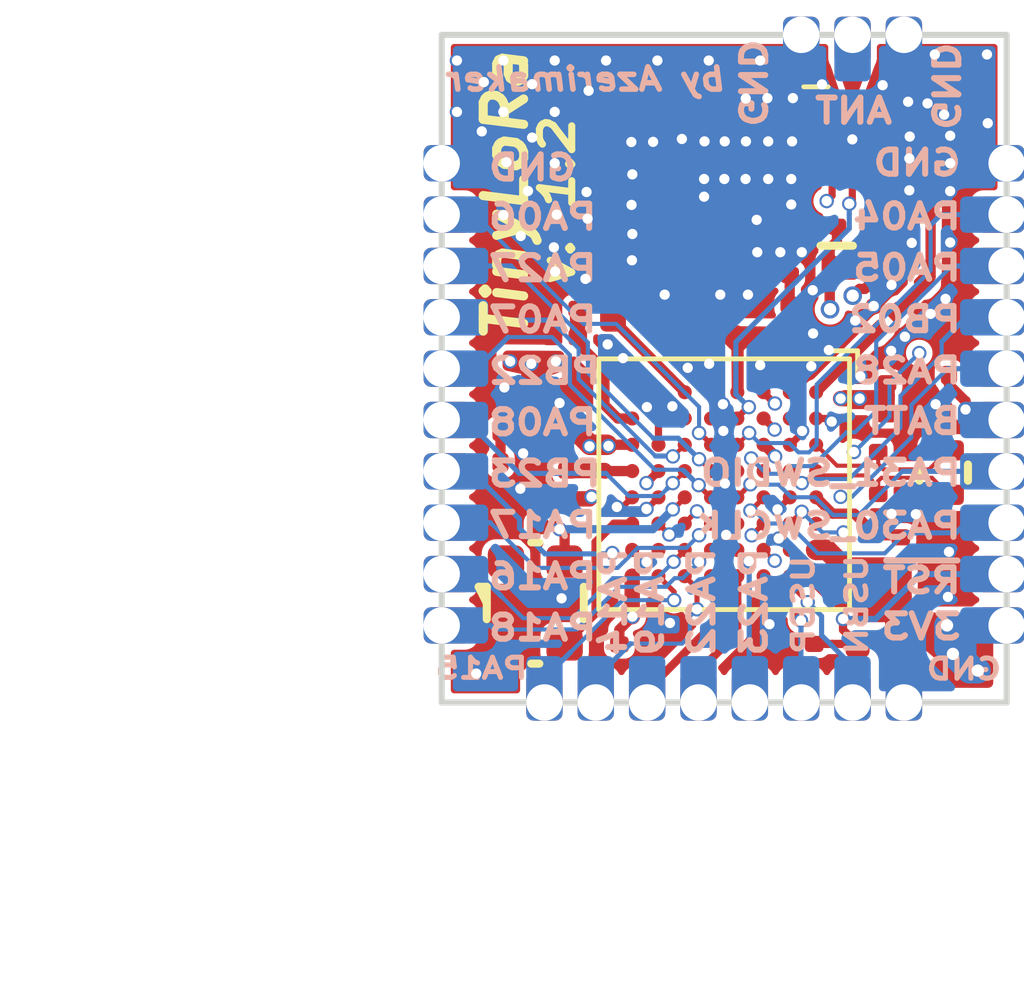
<source format=kicad_pcb>
(kicad_pcb (version 20171130) (host pcbnew "(5.1.2-1)-1")
  (title_block (title "Tiny LoRa Module v1 (TLM01)") (date 2019-03-06) (rev 1.1) (company "MakerTronika Labs") (comment 1 "designed by Orkhan AmirAslan (azerimaker)"))
  (layers (0 Top.RF signal) (1 In1.GND signal) (2 In2.PWR signal) (31 Bottom.LF signal) (34 B.Paste user) (35 F.Paste user) (36 B.SilkS user) (37 F.SilkS user) (38 B.Mask user) (39 F.Mask user) (44 Edge.Cuts user))
  (net 0 "")
  (net 1 VDDA)
  (net 2 GND)
  (net 3 VDD)
  (net 4 "Net-(C7-Pad1)")
  (net 5 "Net-(C9-Pad1)")
  (net 6 "Net-(C14-Pad1)")
  (net 7 ~RESET)
  (net 8 "Net-(C16-Pad2)")
  (net 9 "Net-(C16-Pad1)")
  (net 10 "Net-(C17-Pad2)")
  (net 11 "Net-(C17-Pad1)")
  (net 12 "Net-(C22-Pad1)")
  (net 13 "Net-(C22-Pad2)")
  (net 14 VR_PA)
  (net 15 "Net-(C26-Pad2)")
  (net 16 "Net-(C26-Pad1)")
  (net 17 "Net-(C27-Pad1)")
  (net 18 "Net-(C28-Pad1)")
  (net 19 RFO_HF)
  (net 20 +BATT)
  (net 21 TCXO_PWR)
  (net 22 XIN32)
  (net 23 XOUT32)
  (net 24 ANT_PAD)
  (net 25 PA_BOOST)
  (net 26 RFI_HF)
  (net 27 PA04_S0_UART_TX)
  (net 28 PA05_S0_UART_RX)
  (net 29 PA30_SWDCLK)
  (net 30 PA31_SWDIO)
  (net 31 PB23_S5_SPI_SCK)
  (net 32 PB22_S5_SPI_MOSI)
  (net 33 PB02_S5_SPI_MISO)
  (net 34 PA28_GPIO)
  (net 35 PA27_GPIO)
  (net 36 PA23_S5_SPI_SS)
  (net 37 PA22_GPIO)
  (net 38 PA19_PWM_T0_W3)
  (net 39 PA18_PWM_T0_W2)
  (net 40 PA17_S1_I2C_SCL)
  (net 41 PA16_S1_I2C_SDA)
  (net 42 PA15_GPIO)
  (net 43 PA14_GPIO)
  (net 44 PA08_GPIO)
  (net 45 PA07_ADC7)
  (net 46 PA06_ADC6)
  (net 47 XTA)
  (net 48 BAND_SEL)
  (net 49 TXRX_RF)
  (net 50 USB_N)
  (net 51 USB_P)
  (net 52 "Net-(C34-Pad1)")
  (module Capacitor_SMD:C_0201_0603Metric (layer Top.RF) (at 132.075 84.5 180)
    (fp_text reference C3 hide)
    (fp_text value 100nF)
    (pad 1 smd roundrect (at -0.32 0 180) (size 0.46 0.4) (layers Top.RF F.Mask) (net 3 VDD))
    (pad 2 smd roundrect (at 0.32 0 180) (size 0.46 0.4) (layers Top.RF F.Mask) (net 2 GND))
  )
  (module gkl_time:Oscilator_2.5x2.0 (layer Top.RF) (at 131.6 87.075 270)
    (fp_text reference XC1 hide)
    (fp_text value TYETBCSANF-32.000000)
    (pad 2 smd roundrect (at 1.024999 0.725 270) (size 0.8 0.9) (layers Top.RF F.Paste F.Mask) (net 2 GND))
    (pad 3 smd roundrect (at 1.024999 -0.725 270) (size 0.8 0.9) (layers Top.RF F.Paste F.Mask) (net 47 XTA))
    (pad 1 smd roundrect (at -1.025 0.725 270) (size 0.8 0.9) (layers Top.RF F.Paste F.Mask))
    (pad 4 smd roundrect (at -1.025 -0.725 270) (size 0.8 0.9) (layers Top.RF F.Paste F.Mask) (net 21 TCXO_PWR))
  )
  (module "gkl_time:ABS05_32.768KHz Crystal" (layer Top.RF) (at 141.7 83.85 270)
    (fp_text reference Y1 hide)
    (fp_text value ABS05-32.768KHZ-9-T hide)
    (pad 1 smd roundrect (at -0.55 0 270) (size 0.5 1) (layers Top.RF F.Paste F.Mask) (net 22 XIN32))
    (pad 2 smd roundrect (at 0.55 0 270) (size 0.5 1) (layers Top.RF F.Paste F.Mask) (net 23 XOUT32))
  )
  (module TLM-footprints:TLM-01-module (layer Top.RF) (at 129.286 76.2)
    (fp_text reference U1 hide)
    (fp_text value TLM01)
    (pad 1 thru_hole roundrect (at 0 0) (size 1.2 0.9) (drill 0.9 (offset 0.15 0)) (layers *.Cu *.Mask) (roundrect_rratio 0.2) (net 2 GND))
    (pad 1 connect roundrect (at 0.6 0) (size 0.7 0.9) (drill (offset 0.2 0)) (layers Bottom.LF B.Mask) (roundrect_rratio 0.2) (net 2 GND))
    (pad 2 thru_hole roundrect (at 0 1.27) (size 1.2 0.9) (drill 0.9 (offset 0.15 0)) (layers *.Cu *.Mask) (roundrect_rratio 0.2) (net 46 PA06_ADC6))
    (pad 3 thru_hole roundrect (at 0 2.54) (size 1.2 0.9) (drill 0.9 (offset 0.15 0)) (layers *.Cu *.Mask) (roundrect_rratio 0.2) (net 35 PA27_GPIO))
    (pad 4 thru_hole roundrect (at 0 3.81) (size 1.2 0.9) (drill 0.9 (offset 0.15 0)) (layers *.Cu *.Mask) (roundrect_rratio 0.2) (net 45 PA07_ADC7))
    (pad 5 thru_hole roundrect (at 0 5.08) (size 1.2 0.9) (drill 0.9 (offset 0.15 0)) (layers *.Cu *.Mask) (roundrect_rratio 0.2) (net 32 PB22_S5_SPI_MOSI))
    (pad 6 thru_hole roundrect (at 0 6.35) (size 1.2 0.9) (drill 0.9 (offset 0.15 0)) (layers *.Cu *.Mask) (roundrect_rratio 0.2) (net 44 PA08_GPIO))
    (pad 7 thru_hole roundrect (at 0 7.62) (size 1.2 0.9) (drill 0.9 (offset 0.15 0)) (layers *.Cu *.Mask) (roundrect_rratio 0.2) (net 31 PB23_S5_SPI_SCK))
    (pad 8 thru_hole roundrect (at 0 8.89) (size 1.2 0.9) (drill 0.9 (offset 0.15 0)) (layers *.Cu *.Mask) (roundrect_rratio 0.2) (net 40 PA17_S1_I2C_SCL))
    (pad 9 thru_hole roundrect (at 0 10.16) (size 1.2 0.9) (drill 0.9 (offset 0.15 0)) (layers *.Cu *.Mask) (roundrect_rratio 0.2) (net 41 PA16_S1_I2C_SDA))
    (pad 10 thru_hole roundrect (at 0 11.43) (size 1.2 0.9) (drill 0.9 (offset 0.15 0)) (layers *.Cu *.Mask) (roundrect_rratio 0.2) (net 39 PA18_PWM_T0_W2))
    (pad 2 connect roundrect (at 0.6 1.27) (size 0.7 0.9) (drill (offset 0.2 0)) (layers Bottom.LF B.Mask) (roundrect_rratio 0.2) (net 46 PA06_ADC6))
    (pad 3 connect roundrect (at 0.6 2.54) (size 0.7 0.9) (drill (offset 0.2 0)) (layers Bottom.LF B.Mask) (roundrect_rratio 0.2) (net 35 PA27_GPIO))
    (pad 4 connect roundrect (at 0.6 3.81) (size 0.7 0.9) (drill (offset 0.2 0)) (layers Bottom.LF B.Mask) (roundrect_rratio 0.2) (net 45 PA07_ADC7))
    (pad 5 connect roundrect (at 0.6 5.08) (size 0.7 0.9) (drill (offset 0.2 0)) (layers Bottom.LF B.Mask) (roundrect_rratio 0.2) (net 32 PB22_S5_SPI_MOSI))
    (pad 6 connect roundrect (at 0.6 6.35) (size 0.7 0.9) (drill (offset 0.2 0)) (layers Bottom.LF B.Mask) (roundrect_rratio 0.2) (net 44 PA08_GPIO))
    (pad 7 connect roundrect (at 0.6 7.62) (size 0.7 0.9) (drill (offset 0.2 0)) (layers Bottom.LF B.Mask) (roundrect_rratio 0.2) (net 31 PB23_S5_SPI_SCK))
    (pad 8 connect roundrect (at 0.6 8.89) (size 0.7 0.9) (drill (offset 0.2 0)) (layers Bottom.LF B.Mask) (roundrect_rratio 0.2) (net 40 PA17_S1_I2C_SCL))
    (pad 9 connect roundrect (at 0.6 10.16) (size 0.7 0.9) (drill (offset 0.2 0)) (layers Bottom.LF B.Mask) (roundrect_rratio 0.2) (net 41 PA16_S1_I2C_SDA))
    (pad 10 connect roundrect (at 0.6 11.43) (size 0.7 0.9) (drill (offset 0.2 0)) (layers Bottom.LF B.Mask) (roundrect_rratio 0.2) (net 39 PA18_PWM_T0_W2))
    (pad 28 thru_hole roundrect (at 13.97 0 180) (size 1.2 0.9) (drill 0.9 (offset 0.15 0)) (layers *.Cu *.Mask) (roundrect_rratio 0.2) (net 2 GND))
    (pad 27 thru_hole roundrect (at 13.97 1.27 180) (size 1.2 0.9) (drill 0.9 (offset 0.15 0)) (layers *.Cu *.Mask) (roundrect_rratio 0.2) (net 27 PA04_S0_UART_TX))
    (pad 26 thru_hole roundrect (at 13.97 2.54 180) (size 1.2 0.9) (drill 0.9 (offset 0.15 0)) (layers *.Cu *.Mask) (roundrect_rratio 0.2) (net 28 PA05_S0_UART_RX))
    (pad 25 thru_hole roundrect (at 13.97 3.81 180) (size 1.2 0.9) (drill 0.9 (offset 0.15 0)) (layers *.Cu *.Mask) (roundrect_rratio 0.2) (net 33 PB02_S5_SPI_MISO))
    (pad 24 thru_hole roundrect (at 13.97 5.08 180) (size 1.2 0.9) (drill 0.9 (offset 0.15 0)) (layers *.Cu *.Mask) (roundrect_rratio 0.2) (net 34 PA28_GPIO))
    (pad 23 thru_hole roundrect (at 13.97 6.35 180) (size 1.2 0.9) (drill 0.9 (offset 0.15 0)) (layers *.Cu *.Mask) (roundrect_rratio 0.2) (net 20 +BATT))
    (pad 22 thru_hole roundrect (at 13.97 7.62 180) (size 1.2 0.9) (drill 0.9 (offset 0.15 0)) (layers *.Cu *.Mask) (roundrect_rratio 0.2) (net 30 PA31_SWDIO))
    (pad 21 thru_hole roundrect (at 13.97 8.89 180) (size 1.2 0.9) (drill 0.9 (offset 0.15 0)) (layers *.Cu *.Mask) (roundrect_rratio 0.2) (net 29 PA30_SWDCLK))
    (pad 20 thru_hole roundrect (at 13.97 10.16 180) (size 1.2 0.9) (drill 0.9 (offset 0.15 0)) (layers *.Cu *.Mask) (roundrect_rratio 0.2) (net 7 ~RESET))
    (pad 19 thru_hole roundrect (at 13.97 11.43 180) (size 1.2 0.9) (drill 0.9 (offset 0.15 0)) (layers *.Cu *.Mask) (roundrect_rratio 0.2) (net 3 VDD))
    (pad 11 thru_hole roundrect (at 2.54 13.335 90) (size 1.2 0.9) (drill 0.9 (offset 0.15 0)) (layers *.Cu *.Mask) (roundrect_rratio 0.2) (net 42 PA15_GPIO))
    (pad 12 thru_hole roundrect (at 3.81 13.335 90) (size 1.2 0.9) (drill 0.9 (offset 0.15 0)) (layers *.Cu *.Mask) (roundrect_rratio 0.2) (net 43 PA14_GPIO))
    (pad 13 thru_hole roundrect (at 5.08 13.335 90) (size 1.2 0.9) (drill 0.9 (offset 0.15 0)) (layers *.Cu *.Mask) (roundrect_rratio 0.2) (net 38 PA19_PWM_T0_W3))
    (pad 14 thru_hole roundrect (at 6.35 13.335 90) (size 1.2 0.9) (drill 0.9 (offset 0.15 0)) (layers *.Cu *.Mask) (roundrect_rratio 0.2) (net 37 PA22_GPIO))
    (pad 15 thru_hole roundrect (at 7.62 13.335 90) (size 1.2 0.9) (drill 0.9 (offset 0.15 0)) (layers *.Cu *.Mask) (roundrect_rratio 0.2) (net 36 PA23_S5_SPI_SS))
    (pad 16 thru_hole roundrect (at 8.89 13.335 90) (size 1.2 0.9) (drill 0.9 (offset 0.15 0)) (layers *.Cu *.Mask) (roundrect_rratio 0.2) (net 51 USB_P))
    (pad 17 thru_hole roundrect (at 10.16 13.335 90) (size 1.2 0.9) (drill 0.9 (offset 0.15 0)) (layers *.Cu *.Mask) (roundrect_rratio 0.2) (net 50 USB_N))
    (pad 18 thru_hole roundrect (at 11.43 13.335 90) (size 1.2 0.9) (drill 0.9 (offset 0.15 0)) (layers *.Cu *.Mask) (roundrect_rratio 0.2) (net 2 GND))
    (pad 11 connect roundrect (at 2.54 12.7381 90) (size 0.7 0.9) (drill (offset 0.2 0)) (layers Bottom.LF B.Mask) (roundrect_rratio 0.2) (net 42 PA15_GPIO))
    (pad 12 connect roundrect (at 3.81 12.7381 90) (size 0.7 0.9) (drill (offset 0.2 0)) (layers Bottom.LF B.Mask) (roundrect_rratio 0.2) (net 43 PA14_GPIO))
    (pad 13 connect roundrect (at 5.08 12.7381 90) (size 0.7 0.9) (drill (offset 0.2 0)) (layers Bottom.LF B.Mask) (roundrect_rratio 0.2) (net 38 PA19_PWM_T0_W3))
    (pad 14 connect roundrect (at 6.35 12.7381 90) (size 0.7 0.9) (drill (offset 0.2 0)) (layers Bottom.LF B.Mask) (roundrect_rratio 0.2) (net 37 PA22_GPIO))
    (pad 15 connect roundrect (at 7.62 12.7381 90) (size 0.7 0.9) (drill (offset 0.2 0)) (layers Bottom.LF B.Mask) (roundrect_rratio 0.2) (net 36 PA23_S5_SPI_SS))
    (pad 16 connect roundrect (at 8.89 12.7381 90) (size 0.7 0.9) (drill (offset 0.2 0)) (layers Bottom.LF B.Mask) (roundrect_rratio 0.2) (net 51 USB_P))
    (pad 17 connect roundrect (at 10.16 12.7381 90) (size 0.7 0.9) (drill (offset 0.2 0)) (layers Bottom.LF B.Mask) (roundrect_rratio 0.2) (net 50 USB_N))
    (pad 18 connect roundrect (at 11.43 12.7381 90) (size 0.7 0.9) (drill (offset 0.2 0)) (layers Bottom.LF B.Mask) (roundrect_rratio 0.2) (net 2 GND))
    (pad 19 connect roundrect (at 12.97 11.43) (size 0.7 0.9) (drill (offset 0.2 0)) (layers Bottom.LF B.Mask) (roundrect_rratio 0.2) (net 3 VDD))
    (pad 20 connect roundrect (at 12.97 10.16) (size 0.7 0.9) (drill (offset 0.2 0)) (layers Bottom.LF B.Mask) (roundrect_rratio 0.2) (net 7 ~RESET))
    (pad 21 connect roundrect (at 12.97 8.89) (size 0.7 0.9) (drill (offset 0.2 0)) (layers Bottom.LF B.Mask) (roundrect_rratio 0.2) (net 29 PA30_SWDCLK))
    (pad 22 connect roundrect (at 12.97 7.62) (size 0.7 0.9) (drill (offset 0.2 0)) (layers Bottom.LF B.Mask) (roundrect_rratio 0.2) (net 30 PA31_SWDIO))
    (pad 23 connect roundrect (at 12.97 6.35) (size 0.7 0.9) (drill (offset 0.2 0)) (layers Bottom.LF B.Mask) (roundrect_rratio 0.2) (net 20 +BATT))
    (pad 24 connect roundrect (at 12.97 5.08) (size 0.7 0.9) (drill (offset 0.2 0)) (layers Bottom.LF B.Mask) (roundrect_rratio 0.2) (net 34 PA28_GPIO))
    (pad 25 connect roundrect (at 12.97 3.81) (size 0.7 0.9) (drill (offset 0.2 0)) (layers Bottom.LF B.Mask) (roundrect_rratio 0.2) (net 33 PB02_S5_SPI_MISO))
    (pad 26 connect roundrect (at 12.97 2.54) (size 0.7 0.9) (drill (offset 0.2 0)) (layers Bottom.LF B.Mask) (roundrect_rratio 0.2) (net 28 PA05_S0_UART_RX))
    (pad 27 connect roundrect (at 12.97 1.27) (size 0.7 0.9) (drill (offset 0.2 0)) (layers Bottom.LF B.Mask) (roundrect_rratio 0.2) (net 27 PA04_S0_UART_TX))
    (pad 28 connect roundrect (at 12.97 0) (size 0.7 0.9) (drill (offset 0.2 0)) (layers Bottom.LF B.Mask) (roundrect_rratio 0.2) (net 2 GND))
    (pad 31 connect roundrect (at 8.89 -2.175 90) (size 0.7 0.9) (drill (offset 0.2 0)) (layers Bottom.LF B.Mask) (roundrect_rratio 0.2) (net 2 GND))
    (pad 30 connect roundrect (at 10.16 -2.175 90) (size 0.7 0.9) (drill (offset 0.2 0)) (layers Bottom.LF B.Mask) (roundrect_rratio 0.2) (net 24 ANT_PAD))
    (pad 29 connect roundrect (at 11.43 -2.175 90) (size 0.7 0.9) (drill (offset 0.2 0)) (layers Bottom.LF B.Mask) (roundrect_rratio 0.2) (net 2 GND))
    (pad 31 thru_hole roundrect (at 8.89 -3.175 270) (size 1.2 0.9) (drill 0.9 (offset 0.15 0)) (layers *.Cu *.Mask) (roundrect_rratio 0.2) (net 2 GND))
    (pad 30 thru_hole roundrect (at 10.16 -3.175 270) (size 1.2 0.9) (drill 0.9 (offset 0.15 0)) (layers *.Cu *.Mask) (roundrect_rratio 0.2) (net 24 ANT_PAD))
    (pad 29 thru_hole roundrect (at 11.43 -3.175 270) (size 1.2 0.9) (drill 0.9 (offset 0.15 0)) (layers *.Cu *.Mask) (roundrect_rratio 0.2) (net 2 GND))
  )
  (module Capacitor_SMD:C_0402_1005Metric (layer Top.RF) (at 132.61 82.23 90)
    (fp_text reference C1 hide)
    (fp_text value 10uF)
    (pad 1 smd roundrect (at -0.485 0 90) (size 0.59 0.64) (layers Top.RF F.Paste F.Mask) (net 1 VDDA))
    (pad 2 smd roundrect (at 0.485 0 90) (size 0.59 0.64) (layers Top.RF F.Paste F.Mask) (net 2 GND))
  )
  (module Capacitor_SMD:C_0201_0603Metric (layer Top.RF) (at 130.74 82.52 90)
    (fp_text reference C2 hide)
    (fp_text value 100nF)
    (pad 1 smd roundrect (at -0.32 0 90) (size 0.46 0.4) (layers Top.RF F.Mask) (net 1 VDDA))
    (pad 2 smd roundrect (at 0.32 0 90) (size 0.46 0.4) (layers Top.RF F.Mask) (net 2 GND))
  )
  (module Capacitor_SMD:C_0201_0603Metric (layer Top.RF) (at 140.975 86.2 180)
    (fp_text reference C4 hide)
    (fp_text value 100nF)
    (pad 1 smd roundrect (at -0.32 0 180) (size 0.46 0.4) (layers Top.RF F.Mask) (net 2 GND))
    (pad 2 smd roundrect (at 0.32 0 180) (size 0.46 0.4) (layers Top.RF F.Mask) (net 3 VDD))
  )
  (module Capacitor_SMD:C_0201_0603Metric (layer Top.RF) (at 140.975 86.925)
    (fp_text reference C5 hide)
    (fp_text value 100nF)
    (pad 2 smd roundrect (at 0.32 0) (size 0.46 0.4) (layers Top.RF F.Mask) (net 2 GND))
    (pad 1 smd roundrect (at -0.32 0) (size 0.46 0.4) (layers Top.RF F.Mask) (net 3 VDD))
  )
  (module Capacitor_SMD:C_0201_0603Metric (layer Top.RF) (at 130.74 83.92 270)
    (fp_text reference C6 hide)
    (fp_text value 100nF)
    (pad 1 smd roundrect (at -0.32 0 270) (size 0.46 0.4) (layers Top.RF F.Mask) (net 1 VDDA))
    (pad 2 smd roundrect (at 0.32 0 270) (size 0.46 0.4) (layers Top.RF F.Mask) (net 2 GND))
  )
  (module Capacitor_SMD:C_0201_0603Metric (layer Top.RF) (at 132.33 80.5 180)
    (fp_text reference C7 hide)
    (fp_text value 33pF)
    (pad 1 smd roundrect (at -0.32 0 180) (size 0.46 0.4) (layers Top.RF F.Mask) (net 4 "Net-(C7-Pad1)"))
    (pad 2 smd roundrect (at 0.32 0 180) (size 0.46 0.4) (layers Top.RF F.Mask) (net 2 GND))
  )
  (module Capacitor_SMD:C_0201_0603Metric (layer Top.RF) (at 132.327 79.8 180)
    (fp_text reference C8 hide)
    (fp_text value 100nF)
    (pad 2 smd roundrect (at 0.32 0 180) (size 0.46 0.4) (layers Top.RF F.Mask) (net 2 GND))
    (pad 1 smd roundrect (at -0.32 0 180) (size 0.46 0.4) (layers Top.RF F.Mask) (net 4 "Net-(C7-Pad1)"))
  )
  (module Capacitor_SMD:C_0201_0603Metric (layer Top.RF) (at 132.075 83.8 180)
    (fp_text reference C9 hide)
    (fp_text value 100nF)
    (pad 1 smd roundrect (at -0.32 0 180) (size 0.46 0.4) (layers Top.RF F.Mask) (net 5 "Net-(C9-Pad1)"))
    (pad 2 smd roundrect (at 0.32 0 180) (size 0.46 0.4) (layers Top.RF F.Mask) (net 2 GND))
  )
  (module Capacitor_SMD:C_0201_0603Metric (layer Top.RF) (at 138.74 77.77 180)
    (fp_text reference C10 hide)
    (fp_text value 100nF)
    (pad 1 smd roundrect (at -0.32 0 180) (size 0.46 0.4) (layers Top.RF F.Mask) (net 1 VDDA))
    (pad 2 smd roundrect (at 0.32 0 180) (size 0.46 0.4) (layers Top.RF F.Mask) (net 2 GND))
  )
  (module Capacitor_SMD:C_0201_0603Metric (layer Top.RF) (at 140.62 81.64)
    (fp_text reference C11 hide)
    (fp_text value 100nF)
    (pad 1 smd roundrect (at -0.32 0) (size 0.46 0.4) (layers Top.RF F.Mask) (net 1 VDDA))
    (pad 2 smd roundrect (at 0.32 0) (size 0.46 0.4) (layers Top.RF F.Mask) (net 2 GND))
  )
  (module Capacitor_SMD:C_0201_0603Metric (layer Top.RF) (at 140.62 82.41)
    (fp_text reference C12 hide)
    (fp_text value 4.7pF)
    (pad 1 smd roundrect (at -0.32 0) (size 0.46 0.4) (layers Top.RF F.Mask) (net 1 VDDA))
    (pad 2 smd roundrect (at 0.32 0) (size 0.46 0.4) (layers Top.RF F.Mask) (net 2 GND))
  )
  (module Capacitor_SMD:C_0201_0603Metric (layer Top.RF) (at 134 88.1 180)
    (fp_text reference C13 hide)
    (fp_text value 100nF)
    (pad 2 smd roundrect (at 0.32 0 180) (size 0.46 0.4) (layers Top.RF F.Mask) (net 3 VDD))
    (pad 1 smd roundrect (at -0.32 0 180) (size 0.46 0.4) (layers Top.RF F.Mask) (net 2 GND))
  )
  (module Capacitor_SMD:C_0201_0603Metric (layer Top.RF) (at 140.96 85.45)
    (fp_text reference C14 hide)
    (fp_text value 100nF)
    (pad 2 smd roundrect (at 0.32 0) (size 0.46 0.4) (layers Top.RF F.Mask) (net 2 GND))
    (pad 1 smd roundrect (at -0.32 0) (size 0.46 0.4) (layers Top.RF F.Mask) (net 6 "Net-(C14-Pad1)"))
  )
  (module Capacitor_SMD:C_0201_0603Metric (layer Top.RF) (at 138.176 88.0872 180)
    (fp_text reference C15 hide)
    (fp_text value 100nF)
    (pad 2 smd roundrect (at 0.32 0 180) (size 0.46 0.4) (layers Top.RF F.Mask) (net 2 GND))
    (pad 1 smd roundrect (at -0.32 0 180) (size 0.46 0.4) (layers Top.RF F.Mask) (net 7 ~RESET))
  )
  (module Capacitor_SMD:C_0201_0603Metric (layer Top.RF) (at 135.23468 74.3966 180)
    (fp_text reference C16 hide)
    (fp_text value DNM)
    (pad 2 smd roundrect (at 0.32 0 180) (size 0.46 0.4) (layers Top.RF F.Mask) (net 8 "Net-(C16-Pad2)"))
    (pad 1 smd roundrect (at -0.32 0 180) (size 0.46 0.4) (layers Top.RF F.Mask) (net 9 "Net-(C16-Pad1)"))
  )
  (module Capacitor_SMD:C_0201_0603Metric (layer Top.RF) (at 133.5278 77.23124 270)
    (fp_text reference C17 hide)
    (fp_text value 18pF)
    (pad 2 smd roundrect (at 0.32 0 270) (size 0.46 0.4) (layers Top.RF F.Mask) (net 10 "Net-(C17-Pad2)"))
    (pad 1 smd roundrect (at -0.32 0 270) (size 0.46 0.4) (layers Top.RF F.Mask) (net 11 "Net-(C17-Pad1)"))
  )
  (module Capacitor_SMD:C_0201_0603Metric (layer Top.RF) (at 133.1976 78.27264 180)
    (fp_text reference C18 hide)
    (fp_text value 3.9pF)
    (pad 2 smd roundrect (at 0.32 0 180) (size 0.46 0.4) (layers Top.RF F.Mask) (net 2 GND))
    (pad 1 smd roundrect (at -0.32 0 180) (size 0.46 0.4) (layers Top.RF F.Mask) (net 10 "Net-(C17-Pad2)"))
  )
  (module Capacitor_SMD:C_0201_0603Metric (layer Top.RF) (at 133.1722 76.07808 180)
    (fp_text reference C19 hide)
    (fp_text value 3.3pF)
    (pad 2 smd roundrect (at 0.32 0 180) (size 0.46 0.4) (layers Top.RF F.Mask) (net 2 GND))
    (pad 1 smd roundrect (at -0.32 0 180) (size 0.46 0.4) (layers Top.RF F.Mask) (net 11 "Net-(C17-Pad1)"))
  )
  (module Capacitor_SMD:C_0201_0603Metric (layer Top.RF) (at 133.81228 74.3966 180)
    (fp_text reference C20 hide)
    (fp_text value 5.6pF)
    (pad 1 smd roundrect (at -0.32 0 180) (size 0.46 0.4) (layers Top.RF F.Mask) (net 8 "Net-(C16-Pad2)"))
    (pad 2 smd roundrect (at 0.32 0 180) (size 0.46 0.4) (layers Top.RF F.Mask) (net 2 GND))
  )
  (module Capacitor_SMD:C_0201_0603Metric (layer Top.RF) (at 136.30148 74.7903 90)
    (fp_text reference C21 hide)
    (fp_text value 3.3pF)
    (pad 2 smd roundrect (at 0.32 0 90) (size 0.46 0.4) (layers Top.RF F.Mask) (net 2 GND))
    (pad 1 smd roundrect (at -0.32 0 90) (size 0.46 0.4) (layers Top.RF F.Mask) (net 9 "Net-(C16-Pad1)"))
  )
  (module Capacitor_SMD:C_0201_0603Metric (layer Top.RF) (at 141.3764 76.2 90)
    (fp_text reference C22 hide)
    (fp_text value 47pF)
    (pad 1 smd roundrect (at -0.32 0 90) (size 0.46 0.4) (layers Top.RF F.Mask) (net 12 "Net-(C22-Pad1)"))
    (pad 2 smd roundrect (at 0.32 0 90) (size 0.46 0.4) (layers Top.RF F.Mask) (net 13 "Net-(C22-Pad2)"))
  )
  (module Capacitor_SMD:C_0201_0603Metric (layer Top.RF) (at 140.996274 78.936274 135)
    (fp_text reference C23 hide)
    (fp_text value 2.7pF)
    (pad 2 smd roundrect (at 0.32 0 135) (size 0.46 0.4) (layers Top.RF F.Mask) (net 2 GND))
    (pad 1 smd roundrect (at -0.32 0 135) (size 0.46 0.4) (layers Top.RF F.Mask) (net 12 "Net-(C22-Pad1)"))
  )
  (module Capacitor_SMD:C_0201_0603Metric (layer Top.RF) (at 136.511 80.12 90)
    (fp_text reference C24 hide)
    (fp_text value DNM)
    (pad 1 smd roundrect (at -0.32 0 90) (size 0.46 0.4) (layers Top.RF F.Mask) (net 14 VR_PA))
    (pad 2 smd roundrect (at 0.32 0 90) (size 0.46 0.4) (layers Top.RF F.Mask) (net 2 GND))
  )
  (module Capacitor_SMD:C_0201_0603Metric (layer Top.RF) (at 135.7998 80.12 90)
    (fp_text reference C25 hide)
    (fp_text value 4.7nF)
    (pad 2 smd roundrect (at 0.32 0 90) (size 0.46 0.4) (layers Top.RF F.Mask) (net 2 GND))
    (pad 1 smd roundrect (at -0.32 0 90) (size 0.46 0.4) (layers Top.RF F.Mask) (net 14 VR_PA))
  )
  (module Capacitor_SMD:C_0201_0603Metric (layer Top.RF) (at 134.45236 78.6384 270)
    (fp_text reference C26 hide)
    (fp_text value DNM)
    (pad 2 smd roundrect (at 0.32 0 270) (size 0.46 0.4) (layers Top.RF F.Mask) (net 15 "Net-(C26-Pad2)"))
    (pad 1 smd roundrect (at -0.32 0 270) (size 0.46 0.4) (layers Top.RF F.Mask) (net 16 "Net-(C26-Pad1)"))
  )
  (module Capacitor_SMD:C_0201_0603Metric (layer Top.RF) (at 134.45236 77.25156 270)
    (fp_text reference C27 hide)
    (fp_text value DNM)
    (pad 2 smd roundrect (at 0.32 0 270) (size 0.46 0.4) (layers Top.RF F.Mask) (net 16 "Net-(C26-Pad1)"))
    (pad 1 smd roundrect (at -0.32 0 270) (size 0.46 0.4) (layers Top.RF F.Mask) (net 17 "Net-(C27-Pad1)"))
  )
  (module Capacitor_SMD:C_0201_0603Metric (layer Top.RF) (at 137.5716 78.9643)
    (fp_text reference C28 hide)
    (fp_text value 22pF)
    (pad 1 smd roundrect (at -0.32 0) (size 0.46 0.4) (layers Top.RF F.Mask) (net 18 "Net-(C28-Pad1)"))
    (pad 2 smd roundrect (at 0.32 0) (size 0.46 0.4) (layers Top.RF F.Mask) (net 19 RFO_HF))
  )
  (module Capacitor_SMD:C_0201_0603Metric (layer Top.RF) (at 137.5716 79.7009 180)
    (fp_text reference C29 hide)
    (fp_text value 3.9pF)
    (pad 2 smd roundrect (at 0.32 0 180) (size 0.46 0.4) (layers Top.RF F.Mask) (net 2 GND))
    (pad 1 smd roundrect (at -0.32 0 180) (size 0.46 0.4) (layers Top.RF F.Mask) (net 19 RFO_HF))
  )
  (module Capacitor_SMD:C_0201_0603Metric (layer Top.RF) (at 136.16432 78.2828)
    (fp_text reference C30 hide)
    (fp_text value 8.2pF)
    (pad 1 smd roundrect (at -0.32 0) (size 0.46 0.4) (layers Top.RF F.Mask) (net 15 "Net-(C26-Pad2)"))
    (pad 2 smd roundrect (at 0.32 0) (size 0.46 0.4) (layers Top.RF F.Mask) (net 2 GND))
  )
  (module Capacitor_SMD:C_0201_0603Metric (layer Top.RF) (at 136.16432 77.58684)
    (fp_text reference C31 hide)
    (fp_text value 5.6pF)
    (pad 2 smd roundrect (at 0.32 0) (size 0.46 0.4) (layers Top.RF F.Mask) (net 2 GND))
    (pad 1 smd roundrect (at -0.32 0) (size 0.46 0.4) (layers Top.RF F.Mask) (net 16 "Net-(C26-Pad1)"))
  )
  (module Capacitor_SMD:C_0201_0603Metric (layer Top.RF) (at 134.83336 76.10348 180)
    (fp_text reference C32 hide)
    (fp_text value 3.3pF)
    (pad 1 smd roundrect (at -0.32 0 180) (size 0.46 0.4) (layers Top.RF F.Mask) (net 17 "Net-(C27-Pad1)"))
    (pad 2 smd roundrect (at 0.32 0 180) (size 0.46 0.4) (layers Top.RF F.Mask) (net 2 GND))
  )
  (module Capacitor_SMD:C_0201_0603Metric (layer Top.RF) (at 141.83 81.12 90)
    (fp_text reference C33 hide)
    (fp_text value 4.7pF)
    (pad 1 smd roundrect (at -0.32 0 90) (size 0.46 0.4) (layers Top.RF F.Mask) (net 20 +BATT))
    (pad 2 smd roundrect (at 0.32 0 90) (size 0.46 0.4) (layers Top.RF F.Mask) (net 2 GND))
  )
  (module Capacitor_SMD:C_0201_0603Metric (layer Top.RF) (at 140.19 77.77)
    (fp_text reference C34 hide)
    (fp_text value 1nF)
    (pad 2 smd roundrect (at 0.32 0) (size 0.46 0.4) (layers Top.RF F.Mask) (net 2 GND))
    (pad 1 smd roundrect (at -0.32 0) (size 0.46 0.4) (layers Top.RF F.Mask) (net 52 "Net-(C34-Pad1)"))
  )
  (module Capacitor_SMD:C_0201_0603Metric (layer Top.RF) (at 131.375 85.175 180)
    (fp_text reference C35 hide)
    (fp_text value 100nF)
    (pad 1 smd roundrect (at -0.32 0 180) (size 0.46 0.4) (layers Top.RF F.Mask) (net 21 TCXO_PWR))
    (pad 2 smd roundrect (at 0.32 0 180) (size 0.46 0.4) (layers Top.RF F.Mask) (net 2 GND))
  )
  (module Capacitor_SMD:C_0201_0603Metric (layer Top.RF) (at 140.4 83.34)
    (fp_text reference C36 hide)
    (fp_text value 10pF)
    (pad 2 smd roundrect (at 0.32 0) (size 0.46 0.4) (layers Top.RF F.Mask) (net 2 GND))
    (pad 1 smd roundrect (at -0.32 0) (size 0.46 0.4) (layers Top.RF F.Mask) (net 22 XIN32))
  )
  (module Capacitor_SMD:C_0201_0603Metric (layer Top.RF) (at 140.4 84.38)
    (fp_text reference C37 hide)
    (fp_text value 10pF)
    (pad 1 smd roundrect (at -0.32 0) (size 0.46 0.4) (layers Top.RF F.Mask) (net 23 XOUT32))
    (pad 2 smd roundrect (at 0.32 0) (size 0.46 0.4) (layers Top.RF F.Mask) (net 2 GND))
  )
  (module Inductor_SMD:L_0402_1005Metric (layer Top.RF) (at 131.56 82.23 90)
    (fp_text reference FB1 hide)
    (fp_text value BLM15AG121SN1D)
    (pad 1 smd roundrect (at -0.485 0 90) (size 0.59 0.64) (layers Top.RF F.Paste F.Mask) (net 1 VDDA))
    (pad 2 smd roundrect (at 0.485 0 90) (size 0.59 0.64) (layers Top.RF F.Paste F.Mask) (net 3 VDD))
  )
  (module Inductor_SMD:L_0201_0603Metric (layer Top.RF) (at 133.83768 75.1332)
    (fp_text reference L4 hide)
    (fp_text value 10nH)
    (pad 1 smd roundrect (at -0.32 0) (size 0.46 0.4) (layers Top.RF F.Mask) (net 11 "Net-(C17-Pad1)"))
    (pad 2 smd roundrect (at 0.32 0) (size 0.46 0.4) (layers Top.RF F.Mask) (net 8 "Net-(C16-Pad2)"))
  )
  (module Inductor_SMD:L_0201_0603Metric (layer Top.RF) (at 135.23468 75.1332)
    (fp_text reference L5 hide)
    (fp_text value 10nH)
    (pad 2 smd roundrect (at 0.32 0) (size 0.46 0.4) (layers Top.RF F.Mask) (net 9 "Net-(C16-Pad1)"))
    (pad 1 smd roundrect (at -0.32 0) (size 0.46 0.4) (layers Top.RF F.Mask) (net 8 "Net-(C16-Pad2)"))
  )
  (module Inductor_SMD:L_0201_0603Metric (layer Top.RF) (at 134.7 80.225 315)
    (fp_text reference L6 hide)
    (fp_text value 33nH)
    (pad 2 smd roundrect (at 0.32 0 315) (size 0.46 0.4) (layers Top.RF F.Mask) (net 14 VR_PA))
    (pad 1 smd roundrect (at -0.32 0 315) (size 0.46 0.4) (layers Top.RF F.Mask) (net 10 "Net-(C17-Pad2)"))
  )
  (module Inductor_SMD:L_0201_0603Metric (layer Top.RF) (at 140.31723 80.10397 225)
    (fp_text reference L7 hide)
    (fp_text value 10nH)
    (pad 1 smd roundrect (at -0.32 0 225) (size 0.46 0.4) (layers Top.RF F.Mask) (net 12 "Net-(C22-Pad1)"))
    (pad 2 smd roundrect (at 0.32 0 225) (size 0.46 0.4) (layers Top.RF F.Mask) (net 26 RFI_HF))
  )
  (module Inductor_SMD:L_0201_0603Metric (layer Top.RF) (at 137.5716 80.4375)
    (fp_text reference L8 hide)
    (fp_text value 33nH)
    (pad 1 smd roundrect (at -0.32 0) (size 0.46 0.4) (layers Top.RF F.Mask) (net 14 VR_PA))
    (pad 2 smd roundrect (at 0.32 0) (size 0.46 0.4) (layers Top.RF F.Mask) (net 19 RFO_HF))
  )
  (module Inductor_SMD:L_0201_0603Metric (layer Top.RF) (at 136.1694 78.9643 180)
    (fp_text reference L9 hide)
    (fp_text value 11nH)
    (pad 2 smd roundrect (at 0.32 0 180) (size 0.46 0.4) (layers Top.RF F.Mask) (net 15 "Net-(C26-Pad2)"))
    (pad 1 smd roundrect (at -0.32 0 180) (size 0.46 0.4) (layers Top.RF F.Mask) (net 18 "Net-(C28-Pad1)"))
  )
  (module Inductor_SMD:L_0201_0603Metric (layer Top.RF) (at 135.14832 78.6384 90)
    (fp_text reference L10 hide)
    (fp_text value 10nH)
    (pad 1 smd roundrect (at -0.32 0 90) (size 0.46 0.4) (layers Top.RF F.Mask) (net 15 "Net-(C26-Pad2)"))
    (pad 2 smd roundrect (at 0.32 0 90) (size 0.46 0.4) (layers Top.RF F.Mask) (net 16 "Net-(C26-Pad1)"))
  )
  (module Inductor_SMD:L_0201_0603Metric (layer Top.RF) (at 135.14832 77.24648 90)
    (fp_text reference L11 hide)
    (fp_text value 10nH)
    (pad 2 smd roundrect (at 0.32 0 90) (size 0.46 0.4) (layers Top.RF F.Mask) (net 17 "Net-(C27-Pad1)"))
    (pad 1 smd roundrect (at -0.32 0 90) (size 0.46 0.4) (layers Top.RF F.Mask) (net 16 "Net-(C26-Pad1)"))
  )
  (module Resistor_SMD:R_0402_1005Metric (layer Top.RF) (at 140.0556 88.1 180)
    (fp_text reference R1 hide)
    (fp_text value 100K)
    (pad 1 smd roundrect (at -0.485 0 180) (size 0.59 0.64) (layers Top.RF F.Paste F.Mask) (net 3 VDD))
    (pad 2 smd roundrect (at 0.485 0 180) (size 0.59 0.64) (layers Top.RF F.Paste F.Mask) (net 7 ~RESET))
  )
  (module gkl_housings_bga:TFBGA-64_6.0x6.0mm_Layout8x8_P0.65mm (layer Top.RF) (at 136.271 84.1375 270)
    (fp_text reference U2 hide)
    (fp_text value ATSAMR34J18B)
    (pad H8 smd circle (at 2.275 2.275 270) (size 0.35 0.35) (layers Top.RF F.Paste F.Mask) (net 3 VDD))
    (pad G8 smd circle (at 2.275 1.625 270) (size 0.35 0.35) (layers Top.RF F.Paste F.Mask) (net 42 PA15_GPIO))
    (pad F8 smd circle (at 2.275 0.975 270) (size 0.35 0.35) (layers Top.RF F.Paste F.Mask) (net 43 PA14_GPIO))
    (pad E8 smd circle (at 2.275 0.325 270) (size 0.35 0.35) (layers Top.RF F.Paste F.Mask) (net 38 PA19_PWM_T0_W3))
    (pad D8 smd circle (at 2.275 -0.325 270) (size 0.35 0.35) (layers Top.RF F.Paste F.Mask) (net 37 PA22_GPIO))
    (pad C8 smd circle (at 2.275 -0.975 270) (size 0.35 0.35) (layers Top.RF F.Paste F.Mask) (net 51 USB_P))
    (pad B8 smd circle (at 2.275 -1.625 270) (size 0.35 0.35) (layers Top.RF F.Paste F.Mask) (net 50 USB_N))
    (pad A8 smd circle (at 2.275 -2.275 270) (size 0.35 0.35) (layers Top.RF F.Paste F.Mask) (net 3 VDD))
    (pad H7 smd circle (at 1.625 2.275 270) (size 0.35 0.35) (layers Top.RF F.Paste F.Mask))
    (pad G7 smd circle (at 1.625 1.625 270) (size 0.35 0.35) (layers Top.RF F.Paste F.Mask) (net 2 GND))
    (pad F7 smd circle (at 1.625 0.975 270) (size 0.35 0.35) (layers Top.RF F.Paste F.Mask) (net 41 PA16_S1_I2C_SDA))
    (pad E7 smd circle (at 1.625 0.325 270) (size 0.35 0.35) (layers Top.RF F.Paste F.Mask) (net 39 PA18_PWM_T0_W2))
    (pad D7 smd circle (at 1.625 -0.325 270) (size 0.35 0.35) (layers Top.RF F.Paste F.Mask) (net 36 PA23_S5_SPI_SS))
    (pad C7 smd circle (at 1.625 -0.975 270) (size 0.35 0.35) (layers Top.RF F.Paste F.Mask) (net 31 PB23_S5_SPI_SCK))
    (pad B7 smd circle (at 1.625 -1.625 270) (size 0.35 0.35) (layers Top.RF F.Paste F.Mask) (net 2 GND))
    (pad A7 smd circle (at 1.625 -2.275 270) (size 0.35 0.35) (layers Top.RF F.Paste F.Mask) (net 3 VDD))
    (pad H6 smd circle (at 0.975 2.275 270) (size 0.35 0.35) (layers Top.RF F.Paste F.Mask) (net 47 XTA))
    (pad G6 smd circle (at 0.975 1.625 270) (size 0.35 0.35) (layers Top.RF F.Paste F.Mask) (net 2 GND))
    (pad F6 smd circle (at 0.975 0.975 270) (size 0.35 0.35) (layers Top.RF F.Paste F.Mask) (net 48 BAND_SEL))
    (pad E6 smd circle (at 0.975 0.325 270) (size 0.35 0.35) (layers Top.RF F.Paste F.Mask) (net 40 PA17_S1_I2C_SCL))
    (pad D6 smd circle (at 0.975 -0.325 270) (size 0.35 0.35) (layers Top.RF F.Paste F.Mask) (net 2 GND))
    (pad C6 smd circle (at 0.975 -0.975 270) (size 0.35 0.35) (layers Top.RF F.Paste F.Mask) (net 34 PA28_GPIO))
    (pad B6 smd circle (at 0.975 -1.625 270) (size 0.35 0.35) (layers Top.RF F.Paste F.Mask) (net 7 ~RESET))
    (pad A6 smd circle (at 0.975 -2.275 270) (size 0.35 0.35) (layers Top.RF F.Paste F.Mask))
    (pad H5 smd circle (at 0.325 2.275 270) (size 0.35 0.35) (layers Top.RF F.Paste F.Mask) (net 2 GND))
    (pad G5 smd circle (at 0.325 1.625 270) (size 0.35 0.35) (layers Top.RF F.Paste F.Mask) (net 2 GND))
    (pad F5 smd circle (at 0.325 0.975 270) (size 0.35 0.35) (layers Top.RF F.Paste F.Mask) (net 21 TCXO_PWR))
    (pad E5 smd circle (at 0.325 0.325 270) (size 0.35 0.35) (layers Top.RF F.Paste F.Mask) (net 32 PB22_S5_SPI_MOSI))
    (pad D5 smd circle (at 0.325 -0.325 270) (size 0.35 0.35) (layers Top.RF F.Paste F.Mask) (net 30 PA31_SWDIO))
    (pad C5 smd circle (at 0.325 -0.975 270) (size 0.35 0.35) (layers Top.RF F.Paste F.Mask) (net 29 PA30_SWDCLK))
    (pad B5 smd circle (at 0.325 -1.625 270) (size 0.35 0.35) (layers Top.RF F.Paste F.Mask) (net 2 GND))
    (pad A5 smd circle (at 0.325 -2.275 270) (size 0.35 0.35) (layers Top.RF F.Paste F.Mask) (net 6 "Net-(C14-Pad1)"))
    (pad H4 smd circle (at -0.325 2.275 270) (size 0.35 0.35) (layers Top.RF F.Paste F.Mask) (net 5 "Net-(C9-Pad1)"))
    (pad G4 smd circle (at -0.325 1.625 270) (size 0.35 0.35) (layers Top.RF F.Paste F.Mask) (net 3 VDD))
    (pad F4 smd circle (at -0.325 0.975 270) (size 0.35 0.35) (layers Top.RF F.Paste F.Mask) (net 44 PA08_GPIO))
    (pad E4 smd circle (at -0.325 0.325 270) (size 0.35 0.35) (layers Top.RF F.Paste F.Mask) (net 35 PA27_GPIO))
    (pad D4 smd circle (at -0.325 -0.325 270) (size 0.35 0.35) (layers Top.RF F.Paste F.Mask) (net 2 GND))
    (pad C4 smd circle (at -0.325 -0.975 270) (size 0.35 0.35) (layers Top.RF F.Paste F.Mask) (net 28 PA05_S0_UART_RX))
    (pad B4 smd circle (at -0.325 -1.625 270) (size 0.35 0.35) (layers Top.RF F.Paste F.Mask) (net 33 PB02_S5_SPI_MISO))
    (pad A4 smd circle (at -0.325 -2.275 270) (size 0.35 0.35) (layers Top.RF F.Paste F.Mask) (net 23 XOUT32))
    (pad H3 smd circle (at -0.975 2.275 270) (size 0.35 0.35) (layers Top.RF F.Paste F.Mask) (net 1 VDDA))
    (pad G3 smd circle (at -0.975 1.625 270) (size 0.35 0.35) (layers Top.RF F.Paste F.Mask) (net 2 GND))
    (pad F3 smd circle (at -0.975 0.975 270) (size 0.35 0.35) (layers Top.RF F.Paste F.Mask) (net 45 PA07_ADC7))
    (pad E3 smd circle (at -0.975 0.325 270) (size 0.35 0.35) (layers Top.RF F.Paste F.Mask) (net 46 PA06_ADC6))
    (pad D3 smd circle (at -0.975 -0.325 270) (size 0.35 0.35) (layers Top.RF F.Paste F.Mask) (net 27 PA04_S0_UART_TX))
    (pad C3 smd circle (at -0.975 -0.975 270) (size 0.35 0.35) (layers Top.RF F.Paste F.Mask) (net 20 +BATT))
    (pad B3 smd circle (at -0.975 -1.625 270) (size 0.35 0.35) (layers Top.RF F.Paste F.Mask) (net 2 GND))
    (pad A3 smd circle (at -0.975 -2.275 270) (size 0.35 0.35) (layers Top.RF F.Paste F.Mask) (net 22 XIN32))
    (pad H2 smd circle (at -1.625 2.275 270) (size 0.35 0.35) (layers Top.RF F.Paste F.Mask) (net 4 "Net-(C7-Pad1)"))
    (pad G2 smd circle (at -1.625 1.625 270) (size 0.35 0.35) (layers Top.RF F.Paste F.Mask) (net 2 GND))
    (pad F2 smd circle (at -1.625 0.975 270) (size 0.35 0.35) (layers Top.RF F.Paste F.Mask) (net 2 GND))
    (pad E2 smd circle (at -1.625 0.325 270) (size 0.35 0.35) (layers Top.RF F.Paste F.Mask) (net 2 GND))
    (pad D2 smd circle (at -1.625 -0.325 270) (size 0.35 0.35) (layers Top.RF F.Paste F.Mask) (net 49 TXRX_RF))
    (pad C2 smd circle (at -1.625 -0.975 270) (size 0.35 0.35) (layers Top.RF F.Paste F.Mask) (net 1 VDDA))
    (pad B2 smd circle (at -1.625 -1.625 270) (size 0.35 0.35) (layers Top.RF F.Paste F.Mask) (net 2 GND))
    (pad A2 smd circle (at -1.625 -2.275 270) (size 0.35 0.35) (layers Top.RF F.Paste F.Mask) (net 2 GND))
    (pad H1 smd circle (at -2.275 2.275 270) (size 0.35 0.35) (layers Top.RF F.Paste F.Mask))
    (pad G1 smd circle (at -2.275 1.625 270) (size 0.35 0.35) (layers Top.RF F.Paste F.Mask))
    (pad F1 smd circle (at -2.275 0.975 270) (size 0.35 0.35) (layers Top.RF F.Paste F.Mask) (net 25 PA_BOOST))
    (pad E1 smd circle (at -2.275 0.325 270) (size 0.35 0.35) (layers Top.RF F.Paste F.Mask) (net 2 GND))
    (pad D1 smd circle (at -2.275 -0.325 270) (size 0.35 0.35) (layers Top.RF F.Paste F.Mask) (net 14 VR_PA))
    (pad C1 smd circle (at -2.275 -0.975 270) (size 0.35 0.35) (layers Top.RF F.Paste F.Mask) (net 1 VDDA))
    (pad B1 smd circle (at -2.275 -1.625 270) (size 0.35 0.35) (layers Top.RF F.Paste F.Mask) (net 19 RFO_HF))
    (pad A1 smd circle (at -2.275 -2.275 270) (size 0.35 0.35) (layers Top.RF F.Paste F.Mask) (net 26 RFI_HF))
  )
  (module gkl_housings_qfn:QFN-12-1EP_3x3mm_P0.5mm_EP1.65x1.65mm (layer Top.RF) (at 139.44 75.61)
    (fp_text reference U3 hide)
    (fp_text value SKY13373-460LF)
    (pad 10 smd roundrect (at 0.5 -0.895 270) (size 0.44 0.25) (layers Top.RF F.Paste F.Mask) (net 2 GND))
    (pad 7 smd roundrect (at 0.895 0.5 180) (size 0.44 0.25) (layers Top.RF F.Paste F.Mask) (net 2 GND))
    (pad 4 smd roundrect (at -0.5 0.895 90) (size 0.44 0.25) (layers Top.RF F.Paste F.Mask) (net 48 BAND_SEL))
    (pad 12 smd roundrect (at -0.5 -0.895 270) (size 0.44 0.25) (layers Top.RF F.Paste F.Mask) (net 2 GND))
    (pad 9 smd roundrect (at 0.895 -0.5 180) (size 0.44 0.25) (layers Top.RF F.Paste F.Mask) (net 13 "Net-(C22-Pad2)"))
    (pad 6 smd roundrect (at 0.5 0.895 90) (size 0.44 0.25) (layers Top.RF F.Paste F.Mask) (net 52 "Net-(C34-Pad1)"))
    (pad 11 smd roundrect (at 0 -0.895 270) (size 0.44 0.25) (layers Top.RF F.Paste F.Mask) (net 24 ANT_PAD))
    (pad 8 smd roundrect (at 0.895 0 180) (size 0.44 0.25) (layers Top.RF F.Paste F.Mask) (net 2 GND))
    (pad 5 smd roundrect (at 0 0.895 90) (size 0.44 0.25) (layers Top.RF F.Paste F.Mask) (net 49 TXRX_RF))
    (pad 3 smd roundrect (at -0.895 0.5) (size 0.44 0.25) (layers Top.RF F.Paste F.Mask) (net 17 "Net-(C27-Pad1)"))
    (pad 2 smd roundrect (at -0.895 0) (size 0.44 0.25) (layers Top.RF F.Paste F.Mask) (net 2 GND))
    (pad 1 smd roundrect (at -0.895 -0.5) (size 0.44 0.25) (layers Top.RF F.Paste F.Mask) (net 9 "Net-(C16-Pad1)"))
    (pad 13 smd roundrect (at 0 0) (size 0.76 0.76) (layers Top.RF F.Mask) (roundrect_rratio 0.152) (net 2 GND))
  )
  (module Inductor_SMD:L_0402_1005Metric (layer Top.RF) (at 133.5226 79.58424 90)
    (fp_text reference L3 hide)
    (fp_text value 2.2nH)
    (pad 1 smd roundrect (at -0.485 0 90) (size 0.59 0.64) (layers Top.RF F.Paste F.Mask) (net 25 PA_BOOST))
    (pad 2 smd roundrect (at 0.485 0 90) (size 0.59 0.64) (layers Top.RF F.Paste F.Mask) (net 10 "Net-(C17-Pad2)"))
  )
  (module Pads_Jumpers:JP_NO_NC (layer Top.RF) (at 138.88 78.78)
    (fp_text reference JP1 hide)
    (fp_text value RFSW_VCC_SLCT hide)
    (pad 1 connect roundrect (at 0 0) (size 0.4 0.6) (layers Top.RF F.Mask) (net 1 VDDA))
    (pad 2 connect roundrect (at 0.5 0) (size 0.4 0.6) (layers Top.RF F.Mask) (net 52 "Net-(C34-Pad1)"))
    (pad 3 connect roundrect (at 1 0) (size 0.4 0.6) (layers Top.RF F.Mask) (net 21 TCXO_PWR))
  )
  (gr_line (start 138.65362 78.23962) (end 139.45362 78.23962) (layer F.SilkS) (width 0.2))
  (gr_text "by Azerimaker" (at 132.87 74.12) (layer B.SilkS) (effects (font (size 0.55 0.65) (thickness 0.1375) italic) (justify mirror)))
  (gr_text PA14 (at 133.5278 87.0458 90) (layer B.SilkS) (effects (font (size 0.6 0.7)) (justify mirror)))
  (gr_text PA15 (at 130.27 88.69) (layer B.SilkS) (effects (font (size 0.5 0.6) (thickness 0.125)) (justify mirror)))
  (gr_text PA19 (at 134.4422 87.0458 90) (layer B.SilkS) (effects (font (size 0.6 0.7)) (justify mirror)))
  (gr_text PA22 (at 135.7122 87.0458 90) (layer B.SilkS) (effects (font (size 0.6 0.7)) (justify mirror)))
  (gr_text PA23 (at 137.0076 87.0458 90) (layer B.SilkS) (effects (font (size 0.6 0.7)) (justify mirror)))
  (gr_text USBP (at 138.2268 87.122 90) (layer B.SilkS) (effects (font (size 0.5 0.6) (thickness 0.125)) (justify mirror)))
  (gr_text USBN (at 139.5476 87.122 90) (layer B.SilkS) (effects (font (size 0.5 0.6) (thickness 0.125)) (justify mirror)))
  (gr_text GND (at 136.9568 74.2188 270) (layer B.SilkS) (effects (font (size 0.6 0.7)) (justify mirror)))
  (gr_text GND (at 141.732 74.295 270) (layer B.SilkS) (effects (font (size 0.6 0.7)) (justify mirror)))
  (gr_text GND (at 142.2 88.71) (layer B.SilkS) (effects (font (size 0.5 0.6) (thickness 0.125)) (justify mirror)))
  (gr_text ANT (at 139.4714 74.9046) (layer B.SilkS) (effects (font (size 0.6 0.7)) (justify mirror)))
  (gr_text 3V3 (at 141.1414 87.66) (layer B.SilkS) (effects (font (size 0.6 0.7)) (justify mirror)))
  (gr_text ~RST (at 141.158067 86.52) (layer B.SilkS) (effects (font (size 0.6 0.7)) (justify mirror)))
  (gr_text PA30_SWCLK (at 138.808067 85.17) (layer B.SilkS) (effects (font (size 0.6 0.7)) (justify mirror)))
  (gr_text PA31_SWDIO (at 138.908067 83.86) (layer B.SilkS) (effects (font (size 0.6 0.7)) (justify mirror)))
  (gr_text BATT (at 140.924733 82.58) (layer B.SilkS) (effects (font (size 0.6 0.7)) (justify mirror)))
  (gr_text PA28 (at 140.7914 81.33) (layer B.SilkS) (effects (font (size 0.6 0.7)) (justify mirror)))
  (gr_text PB02 (at 140.7414 80.06) (layer B.SilkS) (effects (font (size 0.6 0.7)) (justify mirror)))
  (gr_text PA05 (at 140.7914 78.79) (layer B.SilkS) (effects (font (size 0.6 0.7)) (justify mirror)))
  (gr_text PA04 (at 140.7914 77.52) (layer B.SilkS) (effects (font (size 0.6 0.7)) (justify mirror)))
  (gr_text GND (at 141.0414 76.19) (layer B.SilkS) (effects (font (size 0.6 0.7)) (justify mirror)))
  (gr_text PA18 (at 131.7816 87.69) (layer B.SilkS) (effects (font (size 0.6 0.7)) (justify mirror)))
  (gr_text PA16 (at 131.7816 86.42) (layer B.SilkS) (effects (font (size 0.6 0.7)) (justify mirror)))
  (gr_text PA17 (at 131.7816 85.15) (layer B.SilkS) (effects (font (size 0.6 0.7)) (justify mirror)))
  (gr_text PB23 (at 131.8316 83.88) (layer B.SilkS) (effects (font (size 0.6 0.7)) (justify mirror)))
  (gr_text PA08 (at 131.7816 82.61) (layer B.SilkS) (effects (font (size 0.6 0.7)) (justify mirror)))
  (gr_text PB22 (at 131.8316 81.34) (layer B.SilkS) (effects (font (size 0.6 0.7)) (justify mirror)))
  (gr_text PA07 (at 131.7816 80.07) (layer B.SilkS) (effects (font (size 0.6 0.7)) (justify mirror)))
  (gr_text PA27 (at 131.7816 78.8) (layer B.SilkS) (effects (font (size 0.6 0.7)) (justify mirror)))
  (gr_text PA06 (at 131.7816 77.53) (layer B.SilkS) (effects (font (size 0.6 0.7)) (justify mirror)))
  (gr_text GND (at 131.5316 76.31) (layer B.SilkS) (effects (font (size 0.6 0.7)) (justify mirror)))
  (gr_text "v. 1.2" (at 132.14 77.17 90) (layer F.SilkS) (effects (font (size 0.8 0.95) (thickness 0.175) italic)))
  (gr_text TinyLoRa (at 130.8608 76.9874 90) (layer F.SilkS) (effects (font (size 1 1.1) (thickness 0.225) italic)))
  (gr_line (start 143.256 73.025) (end 129.286 73.025) (layer Edge.Cuts) (width 0.15))
  (gr_line (start 143.256 89.535) (end 143.256 73.025) (layer Edge.Cuts) (width 0.15))
  (gr_line (start 129.286 89.535) (end 143.256 89.535) (layer Edge.Cuts) (width 0.15))
  (gr_line (start 129.286 73.025) (end 129.286 89.535) (layer Edge.Cuts) (width 0.15))
  (segment (start 132.507 82.715) (end 131.56 82.715) (width 0.508) (layer Top.RF) (net 1))
  (segment (start 131.495 82.78) (end 131.56 82.715) (width 0.508) (layer Top.RF) (net 1))
  (segment (start 137.246 81.8625) (end 137.246 81.876437) (width 0.2032) (layer Top.RF) (net 1))
  (via (at 132.94 83.2) (size 0.3556) (drill 0.254) (layers Top.RF Bottom.LF) (net 1))
  (via (at 133.41 83.19) (size 0.3556) (drill 0.254) (layers Top.RF Bottom.LF) (net 1))
  (segment (start 132.507 82.715) (end 132.9545 83.1625) (width 0.508) (layer Top.RF) (net 1))
  (segment (start 133.375 83.1625) (end 132.9545 83.1625) (width 0.508) (layer Top.RF) (net 1))
  (segment (start 140.3 82.03) (end 140.3 82.41) (width 0.2032) (layer Top.RF) (net 1))
  (segment (start 140.3 81.64) (end 140.3 82.03) (width 0.2032) (layer Top.RF) (net 1))
  (segment (start 130.74 83.6) (end 130.74 82.84) (width 0.254) (layer Top.RF) (net 1))
  (segment (start 130.776 82.804) (end 130.74 82.84) (width 0.254) (layer Top.RF) (net 1))
  (segment (start 131.471 82.804) (end 130.776 82.804) (width 0.254) (layer Top.RF) (net 1))
  (segment (start 131.56 82.715) (end 131.471 82.804) (width 0.254) (layer Top.RF) (net 1))
  (segment (start 139.06 77.77) (end 139.06 77.8) (width 0.254) (layer Top.RF) (net 1))
  (segment (start 139.06 77.824726) (end 139.06 77.77) (width 0.254) (layer Top.RF) (net 1))
  (segment (start 138.87 78.77) (end 138.88 78.78) (width 0.254) (layer Top.RF) (net 1))
  (segment (start 140.29 82.02) (end 140.3 82.03) (width 0.381) (layer Top.RF) (net 1))
  (segment (start 140.3 81.95) (end 140.19586 81.95) (width 0.381) (layer Top.RF) (net 1))
  (segment (start 140.3 81.64) (end 140.3 81.95) (width 0.381) (layer Top.RF) (net 1))
  (segment (start 140.3 81.95) (end 140.3 82.41) (width 0.381) (layer Top.RF) (net 1))
  (via (at 139.1505 82.02) (size 0.3556) (drill 0.254) (layers Top.RF Bottom.LF) (net 1))
  (segment (start 140.12586 82.02) (end 139.6204 82.02) (width 0.381) (layer Top.RF) (net 1))
  (segment (start 140.19586 81.95) (end 140.12586 82.02) (width 0.381) (layer Top.RF) (net 1))
  (segment (start 139.6204 82.02) (end 139.1505 82.02) (width 0.381) (layer Top.RF) (net 1))
  (via (at 139.6204 82.02) (size 0.3556) (drill 0.254) (layers Top.RF Bottom.LF) (net 1))
  (segment (start 139.06 78.12524) (end 139.06 77.77) (width 0.254) (layer Top.RF) (net 1))
  (segment (start 138.88 78.30524) (end 139.06 78.12524) (width 0.254) (layer Top.RF) (net 1))
  (segment (start 138.88 78.78) (end 138.88 78.30524) (width 0.254) (layer Top.RF) (net 1))
  (segment (start 137.287091 81.8625) (end 137.246 81.8625) (width 0.1778) (layer Top.RF) (net 1))
  (via (at 137.51814 82.78622) (size 0.3556) (drill 0.254) (layers Top.RF Bottom.LF) (net 1))
  (segment (start 137.251178 82.5125) (end 137.528478 82.7898) (width 0.1778) (layer Top.RF) (net 1))
  (segment (start 137.246 82.5125) (end 137.251178 82.5125) (width 0.1778) (layer Top.RF) (net 1))
  (via (at 137.52576 82.14106) (size 0.3556) (drill 0.254) (layers Top.RF Bottom.LF) (net 1))
  (segment (start 137.246 81.86892) (end 137.5283 82.15122) (width 0.1778) (layer Top.RF) (net 1))
  (segment (start 137.246 81.8625) (end 137.246 81.86892) (width 0.1778) (layer Top.RF) (net 1))
  (via (at 138.89 79.81) (size 0.46) (drill 0.3048) (layers Top.RF Bottom.LF) (net 1))
  (segment (start 138.88 79.600976) (end 138.88 78.78) (width 0.254) (layer Top.RF) (net 1))
  (segment (start 138.88 79.8) (end 138.89 79.81) (width 0.254) (layer Top.RF) (net 1))
  (segment (start 138.88 78.78) (end 138.88 79.8) (width 0.254) (layer Top.RF) (net 1))
  (segment (start 133.996 83.1625) (end 133.375 83.1625) (width 0.254) (layer Top.RF) (net 1))
  (via (at 139.44 75.61) (size 0.3556) (drill 0.254) (layers Top.RF Bottom.LF) (net 2))
  (segment (start 141.44 86.2) (end 141.83 85.81) (width 0.254) (layer Top.RF) (net 2))
  (segment (start 141.295 86.2) (end 141.44 86.2) (width 0.254) (layer Top.RF) (net 2))
  (segment (start 141.295 86.925) (end 141.804984 86.925) (width 0.254) (layer Top.RF) (net 2))
  (segment (start 137.896 85.7625) (end 137.884558 85.7625) (width 0.1524) (layer Top.RF) (net 2))
  (segment (start 134.646 85.774) (end 134.34 86.08) (width 0.1524) (layer Top.RF) (net 2))
  (segment (start 134.646 85.7625) (end 134.646 85.774) (width 0.1524) (layer Top.RF) (net 2))
  (segment (start 137.896 83.1625) (end 137.896 83.174156) (width 0.1524) (layer Top.RF) (net 2))
  (segment (start 137.896 82.5125) (end 137.902501 82.5125) (width 0.1524) (layer Top.RF) (net 2))
  (segment (start 132.01 79.803) (end 132.007 79.8) (width 0.381) (layer Top.RF) (net 2))
  (segment (start 132.01 80.5) (end 132.01 80.15) (width 0.381) (layer Top.RF) (net 2))
  (segment (start 132.01 80.15) (end 132.01 79.803) (width 0.381) (layer Top.RF) (net 2))
  (segment (start 134.3812 88.138) (end 134.53731 88.138) (width 0.254) (layer Top.RF) (net 2))
  (segment (start 136.596 85.1125) (end 136.266135 85.442365) (width 0.1524) (layer Top.RF) (net 2))
  (segment (start 136.266135 85.442365) (end 136.266135 85.443945) (width 0.1524) (layer Top.RF) (net 2))
  (segment (start 135.946 82.523896) (end 136.261038 82.838934) (width 0.1524) (layer Top.RF) (net 2))
  (segment (start 135.946 82.5125) (end 135.946 82.523896) (width 0.1524) (layer Top.RF) (net 2))
  (segment (start 135.946 81.87448) (end 136.2329 82.16138) (width 0.1524) (layer Top.RF) (net 2))
  (segment (start 135.946 81.8625) (end 135.946 81.87448) (width 0.1524) (layer Top.RF) (net 2))
  (segment (start 136.1254 79.8) (end 136.144 79.7814) (width 0.2032) (layer Top.RF) (net 2))
  (segment (start 135.7998 79.8) (end 136.1254 79.8) (width 0.2032) (layer Top.RF) (net 2))
  (segment (start 136.4924 79.7814) (end 136.511 79.8) (width 0.2032) (layer Top.RF) (net 2))
  (segment (start 136.144 79.7814) (end 136.4924 79.7814) (width 0.2032) (layer Top.RF) (net 2))
  (segment (start 134.51336 76.10348) (end 134.51336 75.67164) (width 0.254) (layer Top.RF) (net 2))
  (segment (start 132.33908 76.07808) (end 132.334 76.08316) (width 0.254) (layer Top.RF) (net 2))
  (segment (start 132.8522 76.07808) (end 132.33908 76.07808) (width 0.254) (layer Top.RF) (net 2))
  (segment (start 132.92836 74.3966) (end 132.9182 74.40676) (width 0.254) (layer Top.RF) (net 2))
  (segment (start 133.49228 74.3966) (end 132.92836 74.3966) (width 0.254) (layer Top.RF) (net 2))
  (via (at 138.69 74.25) (size 0.3556) (drill 0.254) (layers Top.RF Bottom.LF) (net 2))
  (via (at 140.19 74.27) (size 0.3556) (drill 0.254) (layers Top.RF Bottom.LF) (net 2))
  (via (at 137.97 74.59) (size 0.3556) (drill 0.254) (layers Top.RF Bottom.LF) (net 2))
  (via (at 137.16 73.66) (size 0.3556) (drill 0.254) (layers Top.RF Bottom.LF) (net 2))
  (via (at 135.89 73.66) (size 0.3556) (drill 0.254) (layers Top.RF Bottom.LF) (net 2))
  (via (at 134.62 73.66) (size 0.3556) (drill 0.254) (layers Top.RF Bottom.LF) (net 2))
  (via (at 133.35 73.66) (size 0.3556) (drill 0.254) (layers Top.RF Bottom.LF) (net 2))
  (via (at 132.08 73.66) (size 0.3556) (drill 0.254) (layers Top.RF Bottom.LF) (net 2))
  (via (at 130.81 73.66) (size 0.3556) (drill 0.254) (layers Top.RF Bottom.LF) (net 2))
  (via (at 129.6626 73.66) (size 0.3556) (drill 0.254) (layers Top.RF Bottom.LF) (net 2))
  (via (at 129.6626 74.93) (size 0.3556) (drill 0.254) (layers Top.RF Bottom.LF) (net 2))
  (via (at 130.81 74.93) (size 0.3556) (drill 0.254) (layers Top.RF Bottom.LF) (net 2))
  (via (at 132.08 74.93) (size 0.3556) (drill 0.254) (layers Top.RF Bottom.LF) (net 2))
  (via (at 132.08 76.2) (size 0.3556) (drill 0.254) (layers Top.RF Bottom.LF) (net 2))
  (via (at 136.8044 74.599) (size 0.3556) (drill 0.254) (layers Top.RF Bottom.LF) (net 2))
  (segment (start 136.7257 74.4703) (end 136.8044 74.549) (width 0.127) (layer Top.RF) (net 2))
  (via (at 137.34 74.59) (size 0.3556) (drill 0.254) (layers Top.RF Bottom.LF) (net 2))
  (segment (start 130.81 77.47) (end 130.81 77.4827) (width 0.127) (layer Bottom.LF) (net 2))
  (segment (start 140.716 74.025) (end 140.716 73.26511) (width 0.127) (layer Bottom.LF) (net 2))
  (segment (start 138.176 74.025) (end 138.176 73.26511) (width 0.127) (layer Bottom.LF) (net 2))
  (segment (start 132.20192 76.07808) (end 132.08 76.2) (width 0.2032) (layer Top.RF) (net 2))
  (segment (start 132.33908 76.07808) (end 132.20192 76.07808) (width 0.2032) (layer Top.RF) (net 2))
  (via (at 130.81 77.4827) (size 0.3556) (drill 0.254) (layers Top.RF Bottom.LF) (net 2))
  (via (at 132.1308 77.47) (size 0.3556) (drill 0.254) (layers Top.RF Bottom.LF) (net 2))
  (via (at 132.8928 77.5716) (size 0.3556) (drill 0.254) (layers Top.RF Bottom.LF) (net 2))
  (via (at 132.8674 76.9112) (size 0.3556) (drill 0.254) (layers Top.RF Bottom.LF) (net 2))
  (via (at 130.8862 76.1746) (size 0.3556) (drill 0.254) (layers Top.RF Bottom.LF) (net 2))
  (via (at 131.4196 76.8858) (size 0.3556) (drill 0.254) (layers Top.RF Bottom.LF) (net 2))
  (via (at 131.5212 75.565) (size 0.3556) (drill 0.254) (layers Top.RF Bottom.LF) (net 2))
  (via (at 131.5212 74.2442) (size 0.3556) (drill 0.254) (layers Top.RF Bottom.LF) (net 2))
  (via (at 130.3274 74.1934) (size 0.3556) (drill 0.254) (layers Top.RF Bottom.LF) (net 2))
  (via (at 130.2766 75.4126) (size 0.3556) (drill 0.254) (layers Top.RF Bottom.LF) (net 2))
  (segment (start 141.83 80.8) (end 141.729402 80.8) (width 0.1524) (layer Top.RF) (net 2))
  (segment (start 137.57 84.7885) (end 137.57 84.793008) (width 0.1524) (layer Top.RF) (net 2))
  (segment (start 137.896 84.4625) (end 137.57 84.7885) (width 0.1524) (layer Top.RF) (net 2))
  (via (at 132.84 79.06) (size 0.3556) (drill 0.254) (layers Top.RF Bottom.LF) (net 2))
  (segment (start 134.646 82.498173) (end 134.359019 82.211192) (width 0.2032) (layer Top.RF) (net 2))
  (segment (start 134.646 82.5125) (end 134.646 82.498173) (width 0.2032) (layer Top.RF) (net 2))
  (via (at 134.36 82.23) (size 0.3556) (drill 0.254) (layers Top.RF Bottom.LF) (net 2))
  (via (at 136.24 82.16) (size 0.3556) (drill 0.254) (layers Top.RF Bottom.LF) (net 2))
  (via (at 136.25 82.82) (size 0.3556) (drill 0.254) (layers Top.RF Bottom.LF) (net 2))
  (via (at 136.32 85.39) (size 0.3556) (drill 0.254) (layers Top.RF Bottom.LF) (net 2))
  (segment (start 137.390706 87.6) (end 137.390706 87.530887) (width 0.1524) (layer Top.RF) (net 2))
  (via (at 137.390706 87.6) (size 0.3556) (drill 0.254) (layers Top.RF Bottom.LF) (net 2))
  (segment (start 141.804984 86.925) (end 141.804992 86.924992) (width 0.254) (layer Top.RF) (net 2))
  (via (at 141.83 85.81) (size 0.3556) (drill 0.254) (layers Top.RF Bottom.LF) (net 2))
  (via (at 138.86 80.82) (size 0.3556) (drill 0.254) (layers Top.RF Bottom.LF) (net 2))
  (via (at 140.41 79.21) (size 0.3556) (drill 0.254) (layers Top.RF Bottom.LF) (net 2))
  (via (at 141.48 73.51) (size 0.3556) (drill 0.254) (layers Top.RF Bottom.LF) (net 2))
  (via (at 141.86 76.2) (size 0.3556) (drill 0.254) (layers Top.RF Bottom.LF) (net 2))
  (via (at 141.86 75.52) (size 0.3556) (drill 0.254) (layers Top.RF Bottom.LF) (net 2))
  (via (at 141.71 75) (size 0.3556) (drill 0.254) (layers Top.RF Bottom.LF) (net 2))
  (via (at 141.3 74.72) (size 0.3556) (drill 0.254) (layers Top.RF Bottom.LF) (net 2))
  (via (at 140.82 74.68) (size 0.3556) (drill 0.254) (layers Top.RF Bottom.LF) (net 2))
  (via (at 140.86 75.54) (size 0.3556) (drill 0.254) (layers Top.RF Bottom.LF) (net 2))
  (via (at 140.85 76.08) (size 0.3556) (drill 0.254) (layers Top.RF Bottom.LF) (net 2))
  (via (at 140.85 76.87) (size 0.3556) (drill 0.254) (layers Top.RF Bottom.LF) (net 2))
  (via (at 140.91 78.17) (size 0.3556) (drill 0.254) (layers Top.RF Bottom.LF) (net 2))
  (via (at 142.77 73.51) (size 0.3556) (drill 0.254) (layers Top.RF Bottom.LF) (net 2))
  (via (at 142.79 75.21) (size 0.3556) (drill 0.254) (layers Top.RF Bottom.LF) (net 2))
  (via (at 137.95 75.66) (size 0.3556) (drill 0.254) (layers Top.RF Bottom.LF) (net 2))
  (via (at 137.36 75.66) (size 0.3556) (drill 0.254) (layers Top.RF Bottom.LF) (net 2))
  (via (at 136.81 75.66) (size 0.3556) (drill 0.254) (layers Top.RF Bottom.LF) (net 2))
  (via (at 136.285 75.66) (size 0.3556) (drill 0.254) (layers Top.RF Bottom.LF) (net 2))
  (via (at 135.785 75.66) (size 0.3556) (drill 0.254) (layers Top.RF Bottom.LF) (net 2))
  (via (at 132.9182 74.40676) (size 0.3556) (drill 0.254) (layers Top.RF Bottom.LF) (net 2))
  (via (at 137.075 77.6) (size 0.3556) (drill 0.254) (layers Top.RF Bottom.LF) (net 2))
  (via (at 137.09 78.4) (size 0.3556) (drill 0.254) (layers Top.RF Bottom.LF) (net 2))
  (via (at 137.93 77.22) (size 0.3556) (drill 0.254) (layers Top.RF Bottom.LF) (net 2))
  (via (at 137.93 76.59) (size 0.3556) (drill 0.254) (layers Top.RF Bottom.LF) (net 2))
  (via (at 137.36 76.59) (size 0.3556) (drill 0.254) (layers Top.RF Bottom.LF) (net 2))
  (via (at 136.8 76.59) (size 0.3556) (drill 0.254) (layers Top.RF Bottom.LF) (net 2))
  (via (at 136.275 76.59) (size 0.3556) (drill 0.254) (layers Top.RF Bottom.LF) (net 2))
  (via (at 135.775 76.59) (size 0.3556) (drill 0.254) (layers Top.RF Bottom.LF) (net 2))
  (via (at 135.77486 77.02746) (size 0.3556) (drill 0.254) (layers Top.RF Bottom.LF) (net 2))
  (segment (start 134.51336 75.67164) (end 134.52348 75.66152) (width 0.254) (layer Top.RF) (net 2))
  (via (at 134.51336 75.67164) (size 0.3556) (drill 0.254) (layers Top.RF Bottom.LF) (net 2))
  (via (at 135.225 75.6) (size 0.3556) (drill 0.254) (layers Top.RF Bottom.LF) (net 2))
  (via (at 133.975 75.675) (size 0.3556) (drill 0.254) (layers Top.RF Bottom.LF) (net 2))
  (via (at 134 76.475) (size 0.3556) (drill 0.254) (layers Top.RF Bottom.LF) (net 2))
  (via (at 133.98 77.23) (size 0.3556) (drill 0.254) (layers Top.RF Bottom.LF) (net 2))
  (via (at 134 77.95) (size 0.3556) (drill 0.254) (layers Top.RF Bottom.LF) (net 2))
  (via (at 133.99 78.6) (size 0.3556) (drill 0.254) (layers Top.RF Bottom.LF) (net 2))
  (via (at 133.77 81.02) (size 0.3556) (drill 0.254) (layers Top.RF Bottom.LF) (net 2))
  (via (at 133.39 80.68) (size 0.3556) (drill 0.254) (layers Top.RF Bottom.LF) (net 2))
  (via (at 135.37 81.26) (size 0.3556) (drill 0.254) (layers Top.RF Bottom.LF) (net 2))
  (via (at 136.175 79.45) (size 0.3556) (drill 0.254) (layers Top.RF Bottom.LF) (net 2))
  (segment (start 136.144 79.732447) (end 136.144 79.7814) (width 0.1524) (layer Top.RF) (net 2))
  (segment (start 136.175 79.701447) (end 136.144 79.732447) (width 0.1524) (layer Top.RF) (net 2))
  (segment (start 136.175 79.45) (end 136.175 79.701447) (width 0.1524) (layer Top.RF) (net 2))
  (segment (start 136.175 79.775) (end 136.2 79.8) (width 0.2032) (layer Top.RF) (net 2))
  (segment (start 136.175 79.45) (end 136.175 79.775) (width 0.2032) (layer Top.RF) (net 2))
  (segment (start 136.2 79.8) (end 136.511 79.8) (width 0.2032) (layer Top.RF) (net 2))
  (segment (start 135.7998 79.8) (end 136.2 79.8) (width 0.2032) (layer Top.RF) (net 2))
  (segment (start 134.646 83.1625) (end 134.646 82.5125) (width 0.1778) (layer Top.RF) (net 2))
  (via (at 131.3 83.375) (size 0.3556) (drill 0.254) (layers Top.RF Bottom.LF) (net 2))
  (via (at 133.616404 84.699727) (size 0.3556) (drill 0.254) (layers Top.RF Bottom.LF) (net 2))
  (segment (start 133.996 84.4625) (end 133.758773 84.699727) (width 0.1524) (layer Top.RF) (net 2))
  (segment (start 133.758773 84.699727) (end 133.616404 84.699727) (width 0.1524) (layer Top.RF) (net 2))
  (via (at 132.25 86.96) (size 0.3556) (drill 0.254) (layers Top.RF Bottom.LF) (net 2))
  (segment (start 137.390706 87.621906) (end 137.856 88.0872) (width 0.127) (layer Top.RF) (net 2))
  (segment (start 137.390706 87.6) (end 137.390706 87.621906) (width 0.127) (layer Top.RF) (net 2))
  (segment (start 137.907373 83.1625) (end 138.229937 82.839936) (width 0.1778) (layer Top.RF) (net 2))
  (segment (start 137.896 83.1625) (end 137.907373 83.1625) (width 0.1778) (layer Top.RF) (net 2))
  (segment (start 137.5935 85.46) (end 137.896 85.7625) (width 0.127) (layer Top.RF) (net 2))
  (segment (start 137.58 85.46) (end 137.5935 85.46) (width 0.127) (layer Top.RF) (net 2))
  (via (at 136.29 84.12) (size 0.3556) (drill 0.254) (layers Top.RF Bottom.LF) (net 2))
  (segment (start 136.5875 83.8125) (end 136.28 84.12) (width 0.127) (layer Top.RF) (net 2))
  (segment (start 136.596 83.8125) (end 136.5875 83.8125) (width 0.127) (layer Top.RF) (net 2))
  (segment (start 141.3 85.43) (end 141.28 85.45) (width 0.127) (layer Top.RF) (net 2))
  (via (at 141.86 78.16) (size 0.3556) (drill 0.254) (layers Top.RF Bottom.LF) (net 2))
  (via (at 139.64 81.47) (size 0.3556) (drill 0.254) (layers Top.RF Bottom.LF) (net 2))
  (via (at 140.74 80.49) (size 0.3556) (drill 0.254) (layers Top.RF Bottom.LF) (net 2))
  (via (at 141.375047 79.925047) (size 0.3556) (drill 0.254) (layers Top.RF Bottom.LF) (net 2))
  (via (at 141.745047 79.555047) (size 0.3556) (drill 0.254) (layers Top.RF Bottom.LF) (net 2))
  (via (at 138.42492 81.22) (size 0.3556) (drill 0.254) (layers Top.RF Bottom.LF) (net 2))
  (segment (start 140.716 88.624) (end 140.716 88.9381) (width 0.127) (layer Bottom.LF) (net 2))
  (segment (start 140.716 88.9381) (end 140.716 89.26949) (width 0.127) (layer Bottom.LF) (net 2))
  (via (at 132.06 78.28) (size 0.3556) (drill 0.254) (layers Top.RF Bottom.LF) (net 2))
  (via (at 131.23 84.25) (size 0.3556) (drill 0.254) (layers Top.RF Bottom.LF) (net 2))
  (segment (start 131.22 84.24) (end 131.23 84.25) (width 0.1778) (layer Top.RF) (net 2))
  (segment (start 130.74 84.24) (end 131.22 84.24) (width 0.1778) (layer Top.RF) (net 2))
  (via (at 134.93 87.57) (size 0.3556) (drill 0.254) (layers Top.RF Bottom.LF) (net 2))
  (segment (start 140.94 81.64) (end 140.94 82.41) (width 0.381) (layer Top.RF) (net 2))
  (segment (start 134.31369 84.79481) (end 134.292785 84.79481) (width 0.1524) (layer Top.RF) (net 2))
  (segment (start 134.646 84.4625) (end 134.31369 84.79481) (width 0.1524) (layer Top.RF) (net 2))
  (segment (start 135.296 82.5125) (end 135.000002 82.216502) (width 0.1524) (layer Top.RF) (net 2))
  (segment (start 135.000002 82.216502) (end 134.969898 82.216502) (width 0.1524) (layer Top.RF) (net 2))
  (via (at 134.99 82.21) (size 0.3556) (drill 0.254) (layers Top.RF Bottom.LF) (net 2))
  (via (at 134.35 86.06) (size 0.3556) (drill 0.254) (layers Top.RF Bottom.LF) (net 2))
  (via (at 137.59 84.76) (size 0.3556) (drill 0.254) (layers Top.RF Bottom.LF) (net 2))
  (segment (start 132.507 81.783) (end 132.507 81.745) (width 0.254) (layer Top.RF) (net 2))
  (segment (start 132.185 82.17) (end 132.507 81.783) (width 0.254) (layer Top.RF) (net 2))
  (via (at 132.2 82.13) (size 0.3556) (drill 0.254) (layers Top.RF Bottom.LF) (net 2))
  (segment (start 132.185 82.17) (end 132.61 81.745) (width 0.254) (layer Top.RF) (net 2))
  (via (at 132.09 78.88) (size 0.3556) (drill 0.254) (layers Top.RF Bottom.LF) (net 2))
  (via (at 131.24 78) (size 0.3556) (drill 0.254) (layers Top.RF Bottom.LF) (net 2))
  (via (at 141.86 76.89) (size 0.3556) (drill 0.254) (layers Top.RF Bottom.LF) (net 2))
  (via (at 139.51 80.09) (size 0.3556) (drill 0.254) (layers Top.RF Bottom.LF) (net 2))
  (via (at 135.89932 81.16004) (size 0.3556) (drill 0.254) (layers Top.RF Bottom.LF) (net 2))
  (via (at 141.5 82.16) (size 0.3556) (drill 0.254) (layers Top.RF Bottom.LF) (net 2))
  (segment (start 131.33 83.375) (end 131.755 83.8) (width 0.2032) (layer Top.RF) (net 2))
  (segment (start 131.3 83.375) (end 131.33 83.375) (width 0.2032) (layer Top.RF) (net 2))
  (segment (start 131.48 84.5) (end 131.23 84.25) (width 0.2032) (layer Top.RF) (net 2))
  (segment (start 131.755 84.5) (end 131.48 84.5) (width 0.2032) (layer Top.RF) (net 2))
  (segment (start 131.055 85.193806) (end 131.625 85.763806) (width 0.2032) (layer Top.RF) (net 2))
  (segment (start 131.055 85.175) (end 131.055 85.193806) (width 0.2032) (layer Top.RF) (net 2))
  (segment (start 131.625 87.349999) (end 130.875 88.099999) (width 0.2032) (layer Top.RF) (net 2))
  (segment (start 131.625 85.763806) (end 131.625 87.349999) (width 0.2032) (layer Top.RF) (net 2))
  (via (at 137.62 85.48) (size 0.3556) (drill 0.254) (layers Top.RF Bottom.LF) (net 2))
  (segment (start 141.19 82.16) (end 140.94 82.41) (width 0.1016) (layer Top.RF) (net 2))
  (segment (start 141.5 82.16) (end 141.19 82.16) (width 0.1016) (layer Top.RF) (net 2))
  (segment (start 140.94 83.12) (end 140.72 83.34) (width 0.2032) (layer Top.RF) (net 2))
  (segment (start 140.94 82.41) (end 140.94 83.12) (width 0.2032) (layer Top.RF) (net 2))
  (segment (start 140.97476 84.63476) (end 140.97476 84.84476) (width 0.2032) (layer Top.RF) (net 2))
  (segment (start 140.72 84.38) (end 140.97476 84.63476) (width 0.2032) (layer Top.RF) (net 2))
  (via (at 130.14 88.82) (size 0.3556) (drill 0.254) (layers Top.RF Bottom.LF) (net 2))
  (via (at 138.197797 82.821466) (size 0.3556) (drill 0.254) (layers Top.RF Bottom.LF) (net 2))
  (via (at 138.93 82.59) (size 0.3556) (drill 0.254) (layers Top.RF Bottom.LF) (net 2))
  (via (at 140.41 84.87) (size 0.3556) (drill 0.254) (layers Top.RF Bottom.LF) (net 2))
  (via (at 141.01 84.879891) (size 0.3556) (drill 0.254) (layers Top.RF Bottom.LF) (net 2))
  (segment (start 141.28 85.149891) (end 141.187799 85.05769) (width 0.2032) (layer Top.RF) (net 2))
  (segment (start 141.28 85.45) (end 141.28 85.149891) (width 0.2032) (layer Top.RF) (net 2))
  (segment (start 141.187799 85.05769) (end 141.01 84.879891) (width 0.2032) (layer Top.RF) (net 2))
  (segment (start 138.88021 82.68021) (end 138.88021 82.681121) (width 0.1524) (layer Top.RF) (net 2))
  (segment (start 138.546 82.5125) (end 138.6035 82.57) (width 0.1524) (layer Top.RF) (net 2))
  (via (at 134.35 84.75) (size 0.3556) (drill 0.254) (layers Top.RF Bottom.LF) (net 2))
  (segment (start 137.902501 82.5125) (end 138.229937 82.839936) (width 0.1524) (layer Top.RF) (net 2))
  (segment (start 138.8525 82.5125) (end 138.93 82.59) (width 0.1778) (layer Top.RF) (net 2))
  (segment (start 138.546 82.5125) (end 138.8525 82.5125) (width 0.1778) (layer Top.RF) (net 2))
  (via (at 130.835442 81.744806) (size 0.3556) (drill 0.254) (layers Top.RF Bottom.LF) (net 2))
  (segment (start 130.74 81.840248) (end 130.835442 81.744806) (width 0.254) (layer Top.RF) (net 2))
  (segment (start 130.74 82.2) (end 130.74 81.840248) (width 0.254) (layer Top.RF) (net 2))
  (segment (start 134.646 85.1125) (end 134.91559 85.38209) (width 0.127) (layer Top.RF) (net 2))
  (segment (start 134.91559 85.38209) (end 134.930212 85.38209) (width 0.127) (layer Top.RF) (net 2))
  (via (at 134.91464 85.38209) (size 0.3556) (drill 0.254) (layers Top.RF Bottom.LF) (net 2))
  (via (at 138.46 79.34) (size 0.3556) (drill 0.254) (layers Top.RF Bottom.LF) (net 2))
  (via (at 138.19 78.4) (size 0.3556) (drill 0.254) (layers Top.RF Bottom.LF) (net 2))
  (via (at 137.66 78.4) (size 0.3556) (drill 0.254) (layers Top.RF Bottom.LF) (net 2))
  (via (at 137.1617 81.19306) (size 0.3556) (drill 0.254) (layers Top.RF Bottom.LF) (net 2))
  (via (at 139.97 79.73) (size 0.3556) (drill 0.254) (layers Top.RF Bottom.LF) (net 2))
  (segment (start 136.9611 79.7009) (end 137.2516 79.7009) (width 0.1524) (layer Top.RF) (net 2))
  (segment (start 136.85944 79.42268) (end 136.9611 79.7009) (width 0.1524) (layer Top.RF) (net 2))
  (segment (start 136.8484 79.8) (end 136.511 79.8) (width 0.1524) (layer Top.RF) (net 2))
  (segment (start 136.85944 79.42268) (end 136.8484 79.8) (width 0.1524) (layer Top.RF) (net 2))
  (via (at 136.85944 79.45) (size 0.3556) (drill 0.254) (layers Top.RF Bottom.LF) (net 2))
  (via (at 141.804984 86.925) (size 0.3556) (drill 0.254) (layers Top.RF Bottom.LF) (net 2))
  (via (at 138.47 80.41) (size 0.3556) (drill 0.254) (layers Top.RF Bottom.LF) (net 2))
  (via (at 134.8 79.45) (size 0.3556) (drill 0.254) (layers Top.RF Bottom.LF) (net 2))
  (via (at 140.4 80.84) (size 0.3556) (drill 0.254) (layers Top.RF Bottom.LF) (net 2))
  (segment (start 143.256 87.63) (end 143.002 87.63) (width 0.381) (layer Top.RF) (net 3))
  (segment (start 142.5448 88.0872) (end 142.5448 88.7476) (width 0.381) (layer Top.RF) (net 3))
  (segment (start 143.002 87.63) (end 142.5448 88.0872) (width 0.381) (layer Top.RF) (net 3))
  (segment (start 140.5406 87.0394) (end 140.655 86.925) (width 0.381) (layer Top.RF) (net 3))
  (segment (start 140.655 86.2) (end 140.655 86.925) (width 0.508) (layer Top.RF) (net 3))
  (segment (start 140.655 87.225) (end 140.655 86.925) (width 0.508) (layer Top.RF) (net 3))
  (segment (start 141.06 87.63) (end 140.655 87.225) (width 0.508) (layer Top.RF) (net 3))
  (segment (start 141.782774 87.63) (end 143.256 87.63) (width 0.635) (layer Top.RF) (net 3))
  (segment (start 141.782774 87.63) (end 141.06 87.63) (width 0.635) (layer Top.RF) (net 3))
  (segment (start 141.0106 87.63) (end 140.5406 88.1) (width 0.635) (layer Top.RF) (net 3))
  (segment (start 141.782774 87.63) (end 141.0106 87.63) (width 0.635) (layer Top.RF) (net 3))
  (segment (start 140.5406 87.48) (end 140.5406 87.0394) (width 0.381) (layer Top.RF) (net 3))
  (segment (start 140.5406 88.1) (end 140.5406 87.48) (width 0.381) (layer Top.RF) (net 3))
  (segment (start 133.996 87.4068) (end 134.001342 87.412142) (width 0.381) (layer Top.RF) (net 3))
  (segment (start 133.996 86.4125) (end 133.996 87.4068) (width 0.381) (layer Top.RF) (net 3))
  (segment (start 139.17 86.925) (end 140.655 86.925) (width 0.508) (layer Top.RF) (net 3))
  (segment (start 142.256 88.4588) (end 142.5448 88.7476) (width 0.508) (layer Bottom.LF) (net 3))
  (segment (start 142.256 87.63) (end 142.256 88.4588) (width 0.508) (layer Bottom.LF) (net 3))
  (segment (start 141.782774 87.63) (end 142.256 87.63) (width 0.635) (layer Bottom.LF) (net 3))
  (segment (start 141.782774 87.63) (end 142.76189 87.63) (width 0.635) (layer Top.RF) (net 3))
  (via (at 134.001342 87.412142) (size 0.3556) (drill 0.254) (layers Top.RF Bottom.LF) (net 3))
  (via (at 141.782774 87.63) (size 0.4826) (drill 0.3048) (layers Top.RF Bottom.LF) (net 3))
  (via (at 142.5448 88.7476) (size 0.4826) (drill 0.3048) (layers Top.RF Bottom.LF) (net 3))
  (segment (start 134.327752 84.130748) (end 134.327752 84.135198) (width 0.2032) (layer Top.RF) (net 3))
  (via (at 134.35 84.11) (size 0.3556) (drill 0.254) (layers Top.RF Bottom.LF) (net 3))
  (segment (start 134.646 83.8125) (end 134.327752 84.130748) (width 0.2032) (layer Top.RF) (net 3))
  (via (at 130.98 81.1) (size 0.3556) (drill 0.254) (layers Top.RF Bottom.LF) (net 3))
  (via (at 132.989996 84.450004) (size 0.3556) (drill 0.254) (layers Top.RF Bottom.LF) (net 3))
  (segment (start 133.009994 84.450004) (end 132.989996 84.450004) (width 0.254) (layer Top.RF) (net 3))
  (segment (start 139.0585 86.925) (end 139.17 86.925) (width 0.508) (layer Top.RF) (net 3))
  (segment (start 138.546 86.4125) (end 139.0585 86.925) (width 0.508) (layer Top.RF) (net 3))
  (segment (start 138.8125 85.7625) (end 139.25 86.2) (width 0.508) (layer Top.RF) (net 3))
  (segment (start 138.546 85.7625) (end 138.8125 85.7625) (width 0.508) (layer Top.RF) (net 3))
  (segment (start 139.25 86.2) (end 140.655 86.2) (width 0.508) (layer Top.RF) (net 3))
  (segment (start 133.68 87.733484) (end 134.001342 87.412142) (width 0.254) (layer Top.RF) (net 3))
  (segment (start 133.68 88.1) (end 133.68 87.733484) (width 0.254) (layer Top.RF) (net 3))
  (segment (start 132.94 84.5) (end 132.989996 84.450004) (width 0.381) (layer Top.RF) (net 3))
  (segment (start 132.395 84.5) (end 132.94 84.5) (width 0.381) (layer Top.RF) (net 3))
  (via (at 141.92758 88.33358) (size 0.4826) (drill 0.3048) (layers Top.RF Bottom.LF) (net 3))
  (segment (start 142.3416 88.7476) (end 141.92758 88.33358) (width 0.635) (layer Bottom.LF) (net 3))
  (segment (start 142.5448 88.7476) (end 142.3416 88.7476) (width 0.635) (layer Bottom.LF) (net 3))
  (segment (start 141.782774 88.188774) (end 141.92758 88.33358) (width 0.635) (layer Bottom.LF) (net 3))
  (segment (start 141.782774 87.63) (end 141.782774 88.188774) (width 0.635) (layer Bottom.LF) (net 3))
  (via (at 132.11 81.1) (size 0.3556) (drill 0.254) (layers Top.RF Bottom.LF) (net 3))
  (via (at 131.5 81.16) (size 0.3556) (drill 0.254) (layers Top.RF Bottom.LF) (net 3))
  (segment (start 132.647 80.497) (end 132.65 80.5) (width 0.381) (layer Top.RF) (net 4))
  (segment (start 132.647 79.8) (end 132.647 80.497) (width 0.381) (layer Top.RF) (net 4))
  (segment (start 133.31 81.31) (end 132.65 80.65) (width 0.254) (layer Top.RF) (net 4))
  (segment (start 132.65 80.65) (end 132.65 80.5) (width 0.254) (layer Top.RF) (net 4))
  (segment (start 133.6427 82.5125) (end 133.31 82.1798) (width 0.254) (layer Top.RF) (net 4))
  (segment (start 133.31 82.1798) (end 133.31 81.31) (width 0.254) (layer Top.RF) (net 4))
  (segment (start 133.996 82.5125) (end 133.6427 82.5125) (width 0.254) (layer Top.RF) (net 4))
  (segment (start 133.3125 83.8) (end 133.325 83.8125) (width 0.381) (layer Top.RF) (net 5))
  (segment (start 132.395 83.8) (end 133.3125 83.8) (width 0.381) (layer Top.RF) (net 5))
  (segment (start 133.996 83.8125) (end 133.325 83.8125) (width 0.254) (layer Top.RF) (net 5))
  (segment (start 140.025 85.4) (end 140.59 85.4) (width 0.254) (layer Top.RF) (net 6))
  (segment (start 140.59 85.4) (end 140.64 85.45) (width 0.254) (layer Top.RF) (net 6))
  (segment (start 139.491401 84.866401) (end 140.025 85.4) (width 0.254) (layer Top.RF) (net 6))
  (segment (start 138.949901 84.866401) (end 139.491401 84.866401) (width 0.254) (layer Top.RF) (net 6))
  (segment (start 138.546 84.4625) (end 138.949901 84.866401) (width 0.254) (layer Top.RF) (net 6))
  (segment (start 138.496 88.0872) (end 139 88.0872) (width 0.127) (layer Top.RF) (net 7))
  (segment (start 139 88.0872) (end 139.5578 88.0872) (width 0.127) (layer Top.RF) (net 7))
  (segment (start 143.256 86.36) (end 142.256 86.36) (width 0.127) (layer Bottom.LF) (net 7))
  (segment (start 139.5578 88.0872) (end 139.5706 88.1) (width 0.2032) (layer Top.RF) (net 7))
  (segment (start 138.496 88.0872) (end 138.94816 88.0872) (width 0.2032) (layer Top.RF) (net 7))
  (segment (start 138.94816 88.0872) (end 139.5578 88.0872) (width 0.2032) (layer Top.RF) (net 7))
  (segment (start 139.21 87.7394) (end 139.5706 88.1) (width 0.2032) (layer Top.RF) (net 7))
  (segment (start 139.21 87.47) (end 139.21 87.7394) (width 0.2032) (layer Top.RF) (net 7))
  (via (at 139.21 87.47) (size 0.3556) (drill 0.254) (layers Top.RF Bottom.LF) (net 7))
  (segment (start 138.186624 84.821876) (end 137.896 85.1125) (width 0.127) (layer Top.RF) (net 7))
  (segment (start 138.200338 84.821876) (end 138.186624 84.821876) (width 0.127) (layer Top.RF) (net 7))
  (via (at 138.19 84.82) (size 0.3556) (drill 0.254) (layers Top.RF Bottom.LF) (net 7))
  (via (at 139.22 85.33) (size 0.3556) (drill 0.254) (layers Top.RF Bottom.LF) (net 7))
  (segment (start 138.7 85.33) (end 138.19 84.82) (width 0.1016) (layer Bottom.LF) (net 7))
  (segment (start 139.22 85.33) (end 138.7 85.33) (width 0.1016) (layer Bottom.LF) (net 7))
  (segment (start 141.12748 86.36) (end 142.256 86.36) (width 0.1524) (layer Bottom.LF) (net 7))
  (segment (start 140.01748 87.47) (end 141.12748 86.36) (width 0.1524) (layer Bottom.LF) (net 7))
  (segment (start 139.21 87.47) (end 140.01748 87.47) (width 0.1524) (layer Bottom.LF) (net 7))
  (segment (start 134.91468 74.3966) (end 134.91468 75.1332) (width 0.254) (layer Top.RF) (net 8))
  (segment (start 134.13228 75.1078) (end 134.15768 75.1332) (width 0.254) (layer Top.RF) (net 8))
  (segment (start 134.13228 74.3966) (end 134.13228 75.1078) (width 0.254) (layer Top.RF) (net 8))
  (segment (start 134.15768 75.1332) (end 134.91468 75.1332) (width 0.254) (layer Top.RF) (net 8))
  (segment (start 136.27858 75.1332) (end 136.30148 75.1103) (width 0.254) (layer Top.RF) (net 9))
  (segment (start 135.55468 75.1332) (end 136.27858 75.1332) (width 0.254) (layer Top.RF) (net 9))
  (segment (start 135.55468 74.3966) (end 135.55468 75.1332) (width 0.254) (layer Top.RF) (net 9))
  (segment (start 138.5447 75.1103) (end 138.545 75.11) (width 0.254) (layer Top.RF) (net 9))
  (segment (start 136.30148 75.1103) (end 138.5447 75.1103) (width 0.254) (layer Top.RF) (net 9))
  (segment (start 138.545 75.11) (end 138.3232 75.11) (width 0.254) (layer Top.RF) (net 9))
  (segment (start 135.57758 75.1103) (end 138.5447 75.1103) (width 0.254) (layer Top.RF) (net 9))
  (segment (start 135.55468 75.1332) (end 135.57758 75.1103) (width 0.254) (layer Top.RF) (net 9))
  (segment (start 133.5226 78.27764) (end 133.5176 78.27264) (width 0.254) (layer Top.RF) (net 10))
  (segment (start 133.5226 79.09924) (end 133.5226 78.27764) (width 0.254) (layer Top.RF) (net 10))
  (segment (start 133.5278 78.26244) (end 133.5176 78.27264) (width 0.254) (layer Top.RF) (net 10))
  (segment (start 133.5278 77.55124) (end 133.5278 78.26244) (width 0.254) (layer Top.RF) (net 10))
  (segment (start 133.5278 79.09404) (end 133.5226 79.09924) (width 0.254) (layer Top.RF) (net 10))
  (segment (start 133.5278 77.55124) (end 133.5278 79.09404) (width 0.254) (layer Top.RF) (net 10))
  (segment (start 134.44 79.98) (end 133.540514 79.080514) (width 0.254) (layer Top.RF) (net 10))
  (segment (start 134.473726 79.998726) (end 134.422086 79.998726) (width 0.254) (layer Top.RF) (net 10))
  (segment (start 133.5278 76.17464) (end 133.5176 76.16444) (width 0.254) (layer Top.RF) (net 11))
  (segment (start 133.5176 75.13328) (end 133.51768 75.1332) (width 0.254) (layer Top.RF) (net 11))
  (segment (start 133.51768 76.078) (end 133.51252 76.08316) (width 0.254) (layer Top.RF) (net 11))
  (segment (start 133.5278 76.09844) (end 133.51252 76.08316) (width 0.254) (layer Top.RF) (net 11))
  (segment (start 133.5278 75.14332) (end 133.51768 75.1332) (width 0.254) (layer Top.RF) (net 11))
  (segment (start 133.5278 76.91124) (end 133.5278 75.14332) (width 0.254) (layer Top.RF) (net 11))
  (segment (start 141.3764 79.008696) (end 141.3764 76.52) (width 0.254) (layer Top.RF) (net 12))
  (segment (start 141.222548 79.162548) (end 141.3764 79.008696) (width 0.254) (layer Top.RF) (net 12))
  (segment (start 140.543504 79.877696) (end 141.222548 79.162548) (width 0.254) (layer Top.RF) (net 12))
  (segment (start 140.655 75.11) (end 140.335 75.11) (width 0.254) (layer Top.RF) (net 13))
  (segment (start 141.16 75.11) (end 140.655 75.11) (width 0.254) (layer Top.RF) (net 13))
  (segment (start 141.3764 75.3264) (end 141.16 75.11) (width 0.254) (layer Top.RF) (net 13))
  (segment (start 141.3764 75.88) (end 141.3764 75.3264) (width 0.254) (layer Top.RF) (net 13))
  (segment (start 136.5135 80.4375) (end 136.511 80.44) (width 0.254) (layer Top.RF) (net 14))
  (segment (start 137.2516 80.4375) (end 136.5135 80.4375) (width 0.254) (layer Top.RF) (net 14))
  (segment (start 136.511 80.44) (end 135.7998 80.44) (width 0.254) (layer Top.RF) (net 14))
  (segment (start 136.596 80.525) (end 136.511 80.44) (width 0.254) (layer Top.RF) (net 14))
  (segment (start 136.596 81.8625) (end 136.596 80.525) (width 0.254) (layer Top.RF) (net 14))
  (segment (start 135.15422 78.9643) (end 135.14832 78.9584) (width 0.254) (layer Top.RF) (net 15))
  (segment (start 135.8494 78.9643) (end 135.15422 78.9643) (width 0.254) (layer Top.RF) (net 15))
  (segment (start 135.14832 78.9584) (end 134.45236 78.9584) (width 0.254) (layer Top.RF) (net 15))
  (segment (start 135.8494 78.28788) (end 135.84432 78.2828) (width 0.254) (layer Top.RF) (net 15))
  (segment (start 135.8494 78.9643) (end 135.8494 78.28788) (width 0.254) (layer Top.RF) (net 15))
  (segment (start 135.14832 78.3184) (end 135.14832 77.56648) (width 0.254) (layer Top.RF) (net 16))
  (segment (start 135.14832 78.3184) (end 134.45236 78.3184) (width 0.254) (layer Top.RF) (net 16))
  (segment (start 134.45744 77.56648) (end 134.45236 77.57156) (width 0.254) (layer Top.RF) (net 16))
  (segment (start 135.14832 77.56648) (end 134.45744 77.56648) (width 0.254) (layer Top.RF) (net 16))
  (segment (start 135.16868 77.58684) (end 135.14832 77.56648) (width 0.254) (layer Top.RF) (net 16))
  (segment (start 135.84432 77.58684) (end 135.16868 77.58684) (width 0.254) (layer Top.RF) (net 16))
  (segment (start 135.15988 76.11) (end 135.15336 76.10348) (width 0.254) (layer Top.RF) (net 17))
  (segment (start 138.545 76.11) (end 135.15988 76.11) (width 0.254) (layer Top.RF) (net 17))
  (segment (start 135.14832 76.10852) (end 135.15336 76.10348) (width 0.254) (layer Top.RF) (net 17))
  (segment (start 135.14832 76.92648) (end 135.14832 76.10852) (width 0.254) (layer Top.RF) (net 17))
  (segment (start 134.45744 76.92648) (end 134.45236 76.93156) (width 0.254) (layer Top.RF) (net 17))
  (segment (start 135.14832 76.92648) (end 134.45744 76.92648) (width 0.254) (layer Top.RF) (net 17))
  (segment (start 137.2516 78.9643) (end 136.4894 78.9643) (width 0.254) (layer Top.RF) (net 18))
  (segment (start 137.896 80.4419) (end 137.8916 80.4375) (width 0.254) (layer Top.RF) (net 19))
  (segment (start 137.896 81.8625) (end 137.896 80.4419) (width 0.254) (layer Top.RF) (net 19))
  (segment (start 137.8916 80.4375) (end 137.8916 79.7009) (width 0.254) (layer Top.RF) (net 19))
  (segment (start 137.8916 79.7009) (end 137.8916 78.9643) (width 0.254) (layer Top.RF) (net 19))
  (segment (start 137.258514 83.1625) (end 137.557886 83.461872) (width 0.254) (layer Top.RF) (net 20))
  (segment (start 137.246 83.1625) (end 137.258514 83.1625) (width 0.254) (layer Top.RF) (net 20))
  (via (at 142.24 82.289999) (size 0.3556) (drill 0.254) (layers Top.RF Bottom.LF) (net 20))
  (segment (start 142.248554 82.55) (end 142.24 82.541446) (width 0.381) (layer Bottom.LF) (net 20))
  (segment (start 142.256 82.55) (end 142.248554 82.55) (width 0.381) (layer Bottom.LF) (net 20))
  (segment (start 142.24 82.541446) (end 142.24 82.289999) (width 0.381) (layer Bottom.LF) (net 20))
  (via (at 137.53 83.45021) (size 0.3556) (drill 0.254) (layers Top.RF Bottom.LF) (net 20))
  (segment (start 142.24 82.08) (end 142.24 82.289999) (width 0.254) (layer Top.RF) (net 20))
  (segment (start 142.23228 82.08) (end 142.24 82.08) (width 0.254) (layer Top.RF) (net 20))
  (segment (start 141.83 81.67772) (end 142.23228 82.08) (width 0.254) (layer Top.RF) (net 20))
  (segment (start 141.83 81.44) (end 141.83 81.67772) (width 0.254) (layer Top.RF) (net 20))
  (via (at 135 84.76) (size 0.3556) (drill 0.254) (layers Top.RF Bottom.LF) (net 21))
  (segment (start 135.296 84.474073) (end 134.985442 84.784631) (width 0.127) (layer Top.RF) (net 21))
  (segment (start 135.296 84.4625) (end 135.296 84.474073) (width 0.127) (layer Top.RF) (net 21))
  (via (at 132.2 85.25) (size 0.3556) (drill 0.254) (layers Top.RF Bottom.LF) (net 21))
  (segment (start 132.325 85.375) (end 132.2 85.25) (width 0.254) (layer Top.RF) (net 21))
  (segment (start 132.325 86.05) (end 132.325 85.375) (width 0.254) (layer Top.RF) (net 21))
  (segment (start 132.125 85.175) (end 132.2 85.25) (width 0.254) (layer Top.RF) (net 21))
  (segment (start 131.695 85.175) (end 132.125 85.175) (width 0.254) (layer Top.RF) (net 21))
  (segment (start 134.985442 84.784631) (end 134.680073 85.09) (width 0.1016) (layer Bottom.LF) (net 21))
  (segment (start 134.680073 85.079927) (end 134.680073 85.09) (width 0.127) (layer Bottom.LF) (net 21))
  (segment (start 135 84.76) (end 134.680073 85.079927) (width 0.127) (layer Bottom.LF) (net 21))
  (segment (start 134.51 85.25) (end 135 84.76) (width 0.2032) (layer Bottom.LF) (net 21))
  (segment (start 132.2 85.25) (end 134.51 85.25) (width 0.2032) (layer Bottom.LF) (net 21))
  (via (at 139.449602 79.475124) (size 0.46) (drill 0.3048) (layers Top.RF Bottom.LF) (net 21))
  (segment (start 139.617113 79.307613) (end 139.449602 79.475124) (width 0.254) (layer Top.RF) (net 21))
  (segment (start 139.88 79.18) (end 139.752387 79.307613) (width 0.254) (layer Top.RF) (net 21))
  (segment (start 139.752387 79.307613) (end 139.617113 79.307613) (width 0.254) (layer Top.RF) (net 21))
  (segment (start 139.88 78.78) (end 139.88 79.18) (width 0.254) (layer Top.RF) (net 21))
  (segment (start 140.08 83.64) (end 140.08 83.34) (width 0.1016) (layer Top.RF) (net 22))
  (segment (start 140.21 83.77) (end 140.08 83.64) (width 0.1016) (layer Top.RF) (net 22))
  (segment (start 141.34 83.77) (end 140.21 83.77) (width 0.1016) (layer Top.RF) (net 22))
  (segment (start 141.7 83.41) (end 141.34 83.77) (width 0.1016) (layer Top.RF) (net 22))
  (segment (start 141.7 83.3) (end 141.7 83.41) (width 0.1016) (layer Top.RF) (net 22))
  (segment (start 138.720999 83.337499) (end 138.546 83.1625) (width 0.1016) (layer Top.RF) (net 22))
  (segment (start 139.0635 83.68) (end 138.720999 83.337499) (width 0.1016) (layer Top.RF) (net 22))
  (segment (start 139.74 83.68) (end 139.0635 83.68) (width 0.1016) (layer Top.RF) (net 22))
  (segment (start 140.08 83.34) (end 139.74 83.68) (width 0.1016) (layer Top.RF) (net 22))
  (segment (start 141.7 84.27) (end 141.7 84.4) (width 0.1016) (layer Top.RF) (net 23))
  (segment (start 141.41 83.98) (end 141.7 84.27) (width 0.1016) (layer Top.RF) (net 23))
  (segment (start 140.08 84.06) (end 140.16 83.98) (width 0.1016) (layer Top.RF) (net 23))
  (segment (start 140.16 83.98) (end 141.41 83.98) (width 0.1016) (layer Top.RF) (net 23))
  (segment (start 140.08 84.38) (end 140.08 84.06) (width 0.1016) (layer Top.RF) (net 23))
  (segment (start 139.93 84.23) (end 140.08 84.38) (width 0.1016) (layer Top.RF) (net 23))
  (segment (start 139.93 84.05) (end 139.93 84.23) (width 0.1016) (layer Top.RF) (net 23))
  (segment (start 139.8 83.92) (end 139.93 84.05) (width 0.1016) (layer Top.RF) (net 23))
  (segment (start 138.6535 83.92) (end 139.8 83.92) (width 0.1016) (layer Top.RF) (net 23))
  (segment (start 138.546 83.8125) (end 138.6535 83.92) (width 0.1016) (layer Top.RF) (net 23))
  (segment (start 139.44 73.031) (end 139.446 73.025) (width 0.254) (layer Top.RF) (net 24))
  (segment (start 139.44 74.715) (end 139.44 73.031) (width 0.254) (layer Top.RF) (net 24))
  (segment (start 139.446 74.025) (end 139.446 73.26511) (width 0.127) (layer Bottom.LF) (net 24))
  (segment (start 139.446 74.025) (end 139.446 73.27781) (width 0.1524) (layer Bottom.LF) (net 24))
  (segment (start 133.5226 80.06924) (end 133.5226 80.072522) (width 0.254) (layer Top.RF) (net 25))
  (segment (start 133.815678 80.3656) (end 135.296 81.8625) (width 0.254) (layer Top.RF) (net 25))
  (segment (start 133.5226 80.072522) (end 133.815678 80.3656) (width 0.254) (layer Top.RF) (net 25))
  (segment (start 140.078256 80.330244) (end 138.546 81.8625) (width 0.254) (layer Top.RF) (net 26))
  (segment (start 143.256 77.47) (end 142.774508 77.47) (width 0.127) (layer Bottom.LF) (net 27))
  (segment (start 142.256 77.47) (end 143.256 77.47) (width 0.1016) (layer Bottom.LF) (net 27))
  (segment (start 136.596 83.1625) (end 136.596 83.174423) (width 0.1016) (layer Top.RF) (net 27))
  (segment (start 142.123628 77.47) (end 143.256 77.47) (width 0.1016) (layer Bottom.LF) (net 27))
  (segment (start 136.596 83.1625) (end 136.888513 82.869987) (width 0.1016) (layer Top.RF) (net 27))
  (segment (start 136.888513 82.869987) (end 136.900013 82.869987) (width 0.1016) (layer Top.RF) (net 27))
  (via (at 136.888513 82.869987) (size 0.3556) (drill 0.254) (layers Top.RF Bottom.LF) (net 27))
  (segment (start 141.3764 78.8536) (end 141.344079 78.885921) (width 0.1016) (layer Bottom.LF) (net 27))
  (segment (start 142.256 77.47) (end 141.6304 77.47) (width 0.127) (layer Bottom.LF) (net 27))
  (segment (start 138.56 81.67) (end 141.3764 78.8536) (width 0.1016) (layer Bottom.LF) (net 27))
  (segment (start 138.56 83.16) (end 138.56 81.67) (width 0.1016) (layer Bottom.LF) (net 27))
  (segment (start 138.37 83.35) (end 138.56 83.16) (width 0.1016) (layer Bottom.LF) (net 27))
  (segment (start 138.11 83.35) (end 138.37 83.35) (width 0.1016) (layer Bottom.LF) (net 27))
  (segment (start 137.88 83.12) (end 138.11 83.35) (width 0.1016) (layer Bottom.LF) (net 27))
  (segment (start 137.138526 83.12) (end 137.88 83.12) (width 0.1016) (layer Bottom.LF) (net 27))
  (segment (start 136.888513 82.869987) (end 137.138526 83.12) (width 0.1016) (layer Bottom.LF) (net 27))
  (segment (start 141.6304 77.47) (end 141.3764 77.724) (width 0.127) (layer Bottom.LF) (net 27))
  (segment (start 141.3764 77.724) (end 141.3764 78.8536) (width 0.1016) (layer Bottom.LF) (net 27))
  (segment (start 137.2425 83.8125) (end 136.93 83.5) (width 0.1016) (layer Top.RF) (net 28))
  (segment (start 137.246 83.8125) (end 137.2425 83.8125) (width 0.1016) (layer Top.RF) (net 28))
  (segment (start 143.256 78.74) (end 142.256 78.74) (width 0.1016) (layer Bottom.LF) (net 28))
  (via (at 136.94 83.5) (size 0.3556) (drill 0.254) (layers Top.RF Bottom.LF) (net 28))
  (segment (start 142.256 78.74) (end 141.900458 78.74) (width 0.127) (layer Bottom.LF) (net 28))
  (segment (start 136.94 83.5) (end 136.94 83.43) (width 0.1016) (layer Bottom.LF) (net 28))
  (segment (start 140.03 80.610458) (end 141.900458 78.74) (width 0.1016) (layer Bottom.LF) (net 28))
  (segment (start 140.03 82.33) (end 140.03 80.610458) (width 0.1016) (layer Bottom.LF) (net 28))
  (segment (start 139.51 82.85) (end 140.03 82.33) (width 0.1016) (layer Bottom.LF) (net 28))
  (segment (start 139.3 82.85) (end 139.51 82.85) (width 0.1016) (layer Bottom.LF) (net 28))
  (segment (start 138.46 83.69) (end 139.3 82.85) (width 0.1016) (layer Bottom.LF) (net 28))
  (segment (start 137.94 83.69) (end 138.46 83.69) (width 0.1016) (layer Bottom.LF) (net 28))
  (segment (start 137.75 83.88) (end 137.94 83.69) (width 0.1016) (layer Bottom.LF) (net 28))
  (segment (start 137.32 83.88) (end 137.75 83.88) (width 0.1016) (layer Bottom.LF) (net 28))
  (segment (start 136.94 83.5) (end 137.32 83.88) (width 0.1016) (layer Bottom.LF) (net 28))
  (segment (start 137.246 84.473849) (end 136.924896 84.794953) (width 0.127) (layer Top.RF) (net 29))
  (segment (start 137.246 84.4625) (end 137.246 84.473849) (width 0.127) (layer Top.RF) (net 29))
  (segment (start 143.256 85.09) (end 142.256 85.09) (width 0.1016) (layer Bottom.LF) (net 29))
  (via (at 136.92 84.79) (size 0.3556) (drill 0.254) (layers Top.RF Bottom.LF) (net 29))
  (segment (start 142.135899 85.210101) (end 142.256 85.09) (width 0.1016) (layer Bottom.LF) (net 29))
  (segment (start 142.006 85.34) (end 140.750046 85.34) (width 0.127) (layer Bottom.LF) (net 29))
  (segment (start 142.135899 85.210101) (end 142.006 85.34) (width 0.127) (layer Bottom.LF) (net 29))
  (segment (start 140.242644 85.847402) (end 140.750046 85.34) (width 0.1016) (layer Bottom.LF) (net 29))
  (segment (start 138.586499 85.847402) (end 140.242644 85.847402) (width 0.1016) (layer Bottom.LF) (net 29))
  (segment (start 137.849097 85.11) (end 138.586499 85.847402) (width 0.1016) (layer Bottom.LF) (net 29))
  (segment (start 137.34 85.11) (end 137.849097 85.11) (width 0.1016) (layer Bottom.LF) (net 29))
  (segment (start 137.01 84.78) (end 137.34 85.11) (width 0.1016) (layer Bottom.LF) (net 29))
  (segment (start 136.94 84.78) (end 137.01 84.78) (width 0.1016) (layer Bottom.LF) (net 29))
  (segment (start 143.256 83.82) (end 142.256 83.82) (width 0.1016) (layer Bottom.LF) (net 30))
  (segment (start 136.910338 84.148162) (end 136.910338 84.138197) (width 0.127) (layer Top.RF) (net 30))
  (segment (start 136.596 84.4625) (end 136.910338 84.148162) (width 0.127) (layer Top.RF) (net 30))
  (segment (start 136.912176 84.15) (end 136.910338 84.148162) (width 0.127) (layer Bottom.LF) (net 30))
  (segment (start 142.256 83.82) (end 141.27 83.82) (width 0.127) (layer Bottom.LF) (net 30))
  (via (at 136.92 84.14) (size 0.3556) (drill 0.254) (layers Top.RF Bottom.LF) (net 30))
  (segment (start 137.618496 84.148496) (end 137.153383 84.148496) (width 0.1016) (layer Bottom.LF) (net 30))
  (segment (start 137.93 84.46) (end 137.618496 84.148496) (width 0.1016) (layer Bottom.LF) (net 30))
  (segment (start 139.6 84.9) (end 138.96 84.9) (width 0.1016) (layer Bottom.LF) (net 30))
  (segment (start 137.153383 84.148496) (end 136.901936 84.148496) (width 0.1016) (layer Bottom.LF) (net 30))
  (segment (start 138.52 84.46) (end 137.93 84.46) (width 0.1016) (layer Bottom.LF) (net 30))
  (segment (start 140.68 83.82) (end 139.6 84.9) (width 0.1016) (layer Bottom.LF) (net 30))
  (segment (start 138.96 84.9) (end 138.52 84.46) (width 0.1016) (layer Bottom.LF) (net 30))
  (segment (start 141.27 83.82) (end 140.68 83.82) (width 0.127) (layer Bottom.LF) (net 30))
  (segment (start 129.286 83.82) (end 130.36 83.82) (width 0.127) (layer Bottom.LF) (net 31))
  (segment (start 137.5435 86.06) (end 137.246 85.7625) (width 0.1016) (layer Top.RF) (net 31))
  (segment (start 137.55 86.06) (end 137.5435 86.06) (width 0.1016) (layer Top.RF) (net 31))
  (via (at 133.50411 85.84) (size 0.3556) (drill 0.254) (layers Top.RF Bottom.LF) (net 31))
  (via (at 137.52 86.03) (size 0.3556) (drill 0.254) (layers Top.RF Bottom.LF) (net 31))
  (segment (start 130.35 83.82) (end 129.886 83.82) (width 0.127) (layer Bottom.LF) (net 31))
  (segment (start 130.03 83.82) (end 129.886 83.82) (width 0.127) (layer Bottom.LF) (net 31))
  (segment (start 133.48411 85.86) (end 131.84 85.86) (width 0.127) (layer Bottom.LF) (net 31))
  (segment (start 131.21 85) (end 130.03 83.82) (width 0.127) (layer Bottom.LF) (net 31))
  (segment (start 131.21 85.23) (end 131.21 85) (width 0.127) (layer Bottom.LF) (net 31))
  (segment (start 131.84 85.86) (end 131.21 85.23) (width 0.127) (layer Bottom.LF) (net 31))
  (segment (start 133.50411 85.84) (end 133.48411 85.86) (width 0.127) (layer Bottom.LF) (net 31))
  (segment (start 135.9325 84.4625) (end 135.65 84.18) (width 0.127) (layer Top.RF) (net 32))
  (segment (start 135.946 84.4625) (end 135.9325 84.4625) (width 0.127) (layer Top.RF) (net 32))
  (segment (start 129.286 81.28) (end 130.26 81.28) (width 0.1016) (layer Bottom.LF) (net 32))
  (via (at 135.64 84.16) (size 0.3556) (drill 0.254) (layers Top.RF Bottom.LF) (net 32))
  (segment (start 135.65 84.18) (end 135.27 83.8) (width 0.127) (layer Bottom.LF) (net 32))
  (segment (start 130.15 81.28) (end 130.93 80.5) (width 0.127) (layer Bottom.LF) (net 32))
  (segment (start 129.886 81.28) (end 130.15 81.28) (width 0.127) (layer Bottom.LF) (net 32))
  (segment (start 132.45592 81.67592) (end 132.45592 80.94472) (width 0.1016) (layer Bottom.LF) (net 32))
  (segment (start 132.45592 80.94472) (end 132.0112 80.5) (width 0.1016) (layer Bottom.LF) (net 32))
  (segment (start 134.56 83.78) (end 132.45592 81.67592) (width 0.1016) (layer Bottom.LF) (net 32))
  (segment (start 132.0112 80.5) (end 131.94516 80.5) (width 0.1016) (layer Bottom.LF) (net 32))
  (segment (start 135.27 83.8) (end 135.25 83.78) (width 0.1016) (layer Bottom.LF) (net 32))
  (segment (start 135.25 83.78) (end 134.56 83.78) (width 0.1016) (layer Bottom.LF) (net 32))
  (segment (start 131.94516 80.5) (end 130.93 80.5) (width 0.1016) (layer Bottom.LF) (net 32))
  (segment (start 137.896 83.8125) (end 137.882121 83.8125) (width 0.127) (layer Top.RF) (net 33))
  (segment (start 142.186936 80.079064) (end 142.256 80.01) (width 0.1524) (layer Bottom.LF) (net 33))
  (segment (start 142.256 80.01) (end 143.00319 80.01) (width 0.1524) (layer Bottom.LF) (net 33))
  (segment (start 137.896 83.8125) (end 138.10519 84.02169) (width 0.127) (layer Top.RF) (net 33))
  (segment (start 138.10519 84.02169) (end 138.114204 84.02169) (width 0.127) (layer Top.RF) (net 33))
  (segment (start 138.2 84.11) (end 138.277341 84.11) (width 0.127) (layer Bottom.LF) (net 33))
  (segment (start 137.9025 83.8125) (end 138.2 84.11) (width 0.127) (layer Top.RF) (net 33))
  (segment (start 137.896 83.8125) (end 137.9025 83.8125) (width 0.127) (layer Top.RF) (net 33))
  (via (at 138.19 84.11) (size 0.3556) (drill 0.254) (layers Top.RF Bottom.LF) (net 33))
  (segment (start 142.256 80.01) (end 141.65 80.616) (width 0.127) (layer Bottom.LF) (net 33))
  (segment (start 141.65 80.932617) (end 141.65 80.616) (width 0.1016) (layer Bottom.LF) (net 33))
  (segment (start 139.360201 84.009799) (end 140.63 82.74) (width 0.1016) (layer Bottom.LF) (net 33))
  (segment (start 140.63 82.74) (end 140.63 81.952617) (width 0.1016) (layer Bottom.LF) (net 33))
  (segment (start 138.320201 84.009799) (end 139.360201 84.009799) (width 0.1016) (layer Bottom.LF) (net 33))
  (segment (start 140.63 81.952617) (end 141.65 80.932617) (width 0.1016) (layer Bottom.LF) (net 33))
  (segment (start 138.21 84.12) (end 138.320201 84.009799) (width 0.1016) (layer Bottom.LF) (net 33))
  (segment (start 142.256 81.28) (end 143.02859 81.28) (width 0.1016) (layer Bottom.LF) (net 34))
  (segment (start 143.256 81.28) (end 142.256 81.28) (width 0.1016) (layer Bottom.LF) (net 34))
  (via (at 136.951286 85.402592) (size 0.3556) (drill 0.254) (layers Top.RF Bottom.LF) (net 34))
  (segment (start 137.241378 85.1125) (end 136.951286 85.402592) (width 0.127) (layer Top.RF) (net 34))
  (segment (start 137.246 85.1125) (end 137.241378 85.1125) (width 0.127) (layer Top.RF) (net 34))
  (via (at 139.15 84.45) (size 0.3556) (drill 0.254) (layers Top.RF Bottom.LF) (net 34))
  (segment (start 139.43 84.45) (end 139.15 84.45) (width 0.1016) (layer Bottom.LF) (net 34))
  (segment (start 140.9 82.177114) (end 140.9 82.98) (width 0.1016) (layer Bottom.LF) (net 34))
  (segment (start 140.9 82.98) (end 139.43 84.45) (width 0.1016) (layer Bottom.LF) (net 34))
  (segment (start 141.797114 81.28) (end 140.9 82.177114) (width 0.1016) (layer Bottom.LF) (net 34))
  (segment (start 141.797114 81.28) (end 142.256 81.28) (width 0.127) (layer Bottom.LF) (net 34))
  (segment (start 135.946 83.8125) (end 135.66741 83.53391) (width 0.1016) (layer Top.RF) (net 35))
  (segment (start 135.66741 83.53391) (end 135.66741 83.530874) (width 0.1016) (layer Top.RF) (net 35))
  (via (at 135.65 83.52) (size 0.3556) (drill 0.254) (layers Top.RF Bottom.LF) (net 35))
  (segment (start 131.0005 78.74) (end 129.886 78.74) (width 0.127) (layer Bottom.LF) (net 35))
  (segment (start 135.1335 83) (end 134.52 83) (width 0.127) (layer Bottom.LF) (net 35))
  (segment (start 135.66741 83.53391) (end 135.1335 83) (width 0.127) (layer Bottom.LF) (net 35))
  (segment (start 131.00812 78.74) (end 131.0005 78.74) (width 0.1016) (layer Bottom.LF) (net 35))
  (segment (start 132.900441 81.380441) (end 132.900441 80.632321) (width 0.1016) (layer Bottom.LF) (net 35))
  (segment (start 132.900441 80.632321) (end 131.00812 78.74) (width 0.1016) (layer Bottom.LF) (net 35))
  (segment (start 134.52 83) (end 132.900441 81.380441) (width 0.1016) (layer Bottom.LF) (net 35))
  (segment (start 136.596 85.7625) (end 136.596 85.776694) (width 0.1016) (layer Top.RF) (net 36))
  (segment (start 136.596 85.766) (end 136.89 86.06) (width 0.1016) (layer Top.RF) (net 36))
  (segment (start 136.596 85.7625) (end 136.596 85.766) (width 0.1016) (layer Top.RF) (net 36))
  (segment (start 136.89 89.519) (end 136.906 89.535) (width 0.127) (layer Bottom.LF) (net 36))
  (segment (start 136.89 86.06) (end 136.89 89.519) (width 0.127) (layer Bottom.LF) (net 36))
  (via (at 136.88 86.04) (size 0.3556) (drill 0.254) (layers Top.RF Bottom.LF) (net 36))
  (segment (start 135.636 88.77288) (end 136.596 87.81288) (width 0.2032) (layer Top.RF) (net 37))
  (segment (start 135.636 89.535) (end 135.636 88.77288) (width 0.2032) (layer Top.RF) (net 37))
  (segment (start 136.596 87.81288) (end 136.596 87.736) (width 0.2032) (layer Top.RF) (net 37))
  (segment (start 135.65 88.92) (end 135.606 88.964) (width 0.2032) (layer Bottom.LF) (net 37))
  (segment (start 135.65 88.55) (end 135.65 88.92) (width 0.2032) (layer Bottom.LF) (net 37))
  (segment (start 136.596 86.4125) (end 136.596 86.659987) (width 0.2032) (layer Top.RF) (net 37))
  (segment (start 136.596 87.22) (end 136.596 87.02548) (width 0.2032) (layer Top.RF) (net 37))
  (segment (start 136.596 86.659987) (end 136.596 87.22) (width 0.2032) (layer Top.RF) (net 37))
  (segment (start 136.596 87.81288) (end 136.596 87.22) (width 0.2032) (layer Top.RF) (net 37))
  (segment (start 134.366 89.234) (end 134.83 88.77) (width 0.2032) (layer Top.RF) (net 38))
  (segment (start 134.366 89.535) (end 134.366 89.234) (width 0.2032) (layer Top.RF) (net 38))
  (segment (start 135.946 87.654) (end 135.91 87.69) (width 0.127) (layer Top.RF) (net 38))
  (segment (start 134.83 88.77) (end 135.946 87.654) (width 0.2032) (layer Top.RF) (net 38))
  (segment (start 134.5341 88.77) (end 134.366 88.9381) (width 0.127) (layer Bottom.LF) (net 38))
  (segment (start 136.120999 87.479001) (end 135.946 87.654) (width 0.2032) (layer Top.RF) (net 38))
  (segment (start 136.120999 86.587499) (end 136.120999 87.479001) (width 0.2032) (layer Top.RF) (net 38))
  (segment (start 135.946 86.4125) (end 136.120999 86.587499) (width 0.2032) (layer Top.RF) (net 38))
  (segment (start 135.946 85.774118) (end 135.636239 86.083879) (width 0.127) (layer Top.RF) (net 39))
  (segment (start 135.946 85.7625) (end 135.946 85.774118) (width 0.127) (layer Top.RF) (net 39))
  (via (at 135.65124 86.05774) (size 0.3556) (drill 0.254) (layers Top.RF Bottom.LF) (net 39))
  (segment (start 130.4925 87.63) (end 129.886 87.63) (width 0.127) (layer Bottom.LF) (net 39))
  (segment (start 130.5925 87.73) (end 132.62262 87.73) (width 0.1016) (layer Bottom.LF) (net 39))
  (segment (start 133.677923 86.674697) (end 134.831083 86.674697) (width 0.1016) (layer Bottom.LF) (net 39))
  (segment (start 132.62262 87.73) (end 133.677923 86.674697) (width 0.1016) (layer Bottom.LF) (net 39))
  (segment (start 134.831083 86.674697) (end 135.04418 86.4616) (width 0.1016) (layer Bottom.LF) (net 39))
  (segment (start 135.24738 86.4616) (end 135.65124 86.05774) (width 0.1016) (layer Bottom.LF) (net 39))
  (segment (start 135.04418 86.4616) (end 135.24738 86.4616) (width 0.1016) (layer Bottom.LF) (net 39))
  (segment (start 130.5925 87.73) (end 130.4925 87.63) (width 0.127) (layer Bottom.LF) (net 39))
  (segment (start 135.9375 85.1125) (end 135.65 85.4) (width 0.1016) (layer Top.RF) (net 40))
  (segment (start 135.946 85.1125) (end 135.9375 85.1125) (width 0.1016) (layer Top.RF) (net 40))
  (via (at 135.65 85.4) (size 0.3556) (drill 0.254) (layers Top.RF Bottom.LF) (net 40))
  (segment (start 129.886 85.09) (end 130.49 85.09) (width 0.127) (layer Bottom.LF) (net 40))
  (segment (start 131.607401 86.207401) (end 130.49 85.09) (width 0.1016) (layer Bottom.LF) (net 40))
  (segment (start 134.132254 85.7123) (end 133.637153 86.207401) (width 0.1016) (layer Bottom.LF) (net 40))
  (segment (start 133.637153 86.207401) (end 131.607401 86.207401) (width 0.1016) (layer Bottom.LF) (net 40))
  (segment (start 135.3377 85.7123) (end 134.132254 85.7123) (width 0.1016) (layer Bottom.LF) (net 40))
  (segment (start 135.65 85.4) (end 135.3377 85.7123) (width 0.1016) (layer Bottom.LF) (net 40))
  (segment (start 135.296 85.775763) (end 135.002397 86.069366) (width 0.127) (layer Top.RF) (net 41))
  (segment (start 135.296 85.7625) (end 135.296 85.775763) (width 0.127) (layer Top.RF) (net 41))
  (segment (start 135.01 86.05) (end 135.01 86.061763) (width 0.127) (layer Bottom.LF) (net 41))
  (segment (start 135.01 86.061763) (end 135.002397 86.069366) (width 0.127) (layer Bottom.LF) (net 41))
  (segment (start 129.886 86.36) (end 130.21 86.36) (width 0.127) (layer Bottom.LF) (net 41))
  (via (at 135.02 86.05521) (size 0.3556) (drill 0.254) (layers Top.RF Bottom.LF) (net 41))
  (segment (start 131.3 87.45) (end 132.53 87.45) (width 0.1016) (layer Bottom.LF) (net 41))
  (segment (start 132.53 87.45) (end 133.518022 86.461978) (width 0.1016) (layer Bottom.LF) (net 41))
  (segment (start 134.613232 86.461978) (end 135.02 86.05521) (width 0.1016) (layer Bottom.LF) (net 41))
  (segment (start 133.518022 86.461978) (end 134.613232 86.461978) (width 0.1016) (layer Bottom.LF) (net 41))
  (segment (start 131.3 87.45) (end 130.76527 86.91527) (width 0.1016) (layer Bottom.LF) (net 41))
  (segment (start 130.21 86.36) (end 130.76527 86.91527) (width 0.127) (layer Bottom.LF) (net 41))
  (segment (start 131.826 89.535) (end 131.826 89.056608) (width 0.127) (layer Bottom.LF) (net 42))
  (via (at 135.033503 87.004898) (size 0.3556) (drill 0.254) (layers Top.RF Bottom.LF) (net 42))
  (segment (start 135.033503 86.800003) (end 135.033503 87.004898) (width 0.127) (layer Top.RF) (net 42))
  (segment (start 134.646 86.4125) (end 135.033503 86.800003) (width 0.127) (layer Top.RF) (net 42))
  (segment (start 135.033503 87.004898) (end 133.759202 87.004898) (width 0.1016) (layer Bottom.LF) (net 42))
  (segment (start 133.759202 87.004898) (end 132.47243 88.29167) (width 0.1016) (layer Bottom.LF) (net 42))
  (segment (start 131.826 88.9381) (end 132.47243 88.29167) (width 0.127) (layer Bottom.LF) (net 42))
  (segment (start 135.598834 86.978825) (end 135.598834 87.230272) (width 0.127) (layer Top.RF) (net 43))
  (segment (start 135.598834 86.715334) (end 135.598834 86.978825) (width 0.127) (layer Top.RF) (net 43))
  (segment (start 135.296 86.4125) (end 135.598834 86.715334) (width 0.127) (layer Top.RF) (net 43))
  (segment (start 135.544728 87.230272) (end 135.598834 87.230272) (width 0.127) (layer Bottom.LF) (net 43))
  (via (at 135.598834 87.230272) (size 0.3556) (drill 0.254) (layers Top.RF Bottom.LF) (net 43))
  (segment (start 133.9541 88.08) (end 133.096 88.9381) (width 0.127) (layer Bottom.LF) (net 43))
  (segment (start 135.421035 87.888965) (end 135.23 88.08) (width 0.1016) (layer Bottom.LF) (net 43))
  (segment (start 135.421035 87.408071) (end 135.421035 87.888965) (width 0.1016) (layer Bottom.LF) (net 43))
  (segment (start 135.598834 87.230272) (end 135.421035 87.408071) (width 0.1016) (layer Bottom.LF) (net 43))
  (segment (start 135.23 88.08) (end 133.9541 88.08) (width 0.1016) (layer Bottom.LF) (net 43))
  (segment (start 129.286 82.55) (end 129.886 82.55) (width 0.1016) (layer Bottom.LF) (net 44))
  (segment (start 129.286 82.55) (end 130.1 82.55) (width 0.1016) (layer Bottom.LF) (net 44))
  (segment (start 135.296 83.824984) (end 134.996362 84.124622) (width 0.1016) (layer Top.RF) (net 44))
  (segment (start 135.296 83.8125) (end 135.296 83.824984) (width 0.1016) (layer Top.RF) (net 44))
  (segment (start 129.886 82.55) (end 131.193401 83.857401) (width 0.127) (layer Bottom.LF) (net 44))
  (segment (start 131.206 83.87) (end 131.193401 83.857401) (width 0.127) (layer Bottom.LF) (net 44))
  (segment (start 133.35 83.87) (end 131.206 83.87) (width 0.127) (layer Bottom.LF) (net 44))
  (via (at 135 84.11) (size 0.3556) (drill 0.254) (layers Top.RF Bottom.LF) (net 44))
  (segment (start 134.865105 84.244895) (end 135 84.11) (width 0.127) (layer Bottom.LF) (net 44))
  (segment (start 134.865105 84.245105) (end 134.865105 84.244895) (width 0.127) (layer Bottom.LF) (net 44))
  (segment (start 134.865105 84.245105) (end 134.99 84.12021) (width 0.1016) (layer Bottom.LF) (net 44))
  (segment (start 134.812201 84.298009) (end 134.865105 84.245105) (width 0.1016) (layer Bottom.LF) (net 44))
  (segment (start 134.68021 84.43) (end 134.812201 84.298009) (width 0.1016) (layer Bottom.LF) (net 44))
  (segment (start 133.91 84.43) (end 134.68021 84.43) (width 0.1016) (layer Bottom.LF) (net 44))
  (segment (start 133.35 83.87) (end 133.91 84.43) (width 0.1016) (layer Bottom.LF) (net 44))
  (segment (start 135.017613 83.440887) (end 135.002126 83.440887) (width 0.1016) (layer Top.RF) (net 45))
  (segment (start 135.296 83.1625) (end 135.017613 83.440887) (width 0.1016) (layer Top.RF) (net 45))
  (segment (start 129.286 80.01) (end 129.865446 80.01) (width 0.2032) (layer Bottom.LF) (net 45))
  (segment (start 135.002126 83.419959) (end 135.002126 83.440887) (width 0.1016) (layer Bottom.LF) (net 45))
  (via (at 135.002126 83.44979) (size 0.3556) (drill 0.254) (layers Top.RF Bottom.LF) (net 45))
  (segment (start 129.956 80.08) (end 129.886 80.01) (width 0.127) (layer Bottom.LF) (net 45))
  (segment (start 135.002126 83.440887) (end 134.570887 83.440887) (width 0.127) (layer Bottom.LF) (net 45))
  (segment (start 131.9722 80.08) (end 129.956 80.08) (width 0.127) (layer Bottom.LF) (net 45))
  (segment (start 132.67183 80.78217) (end 132.67183 81.54183) (width 0.1016) (layer Bottom.LF) (net 45))
  (segment (start 131.9722 80.08254) (end 132.67183 80.78217) (width 0.1016) (layer Bottom.LF) (net 45))
  (segment (start 131.9722 80.08) (end 131.9722 80.08254) (width 0.1016) (layer Bottom.LF) (net 45))
  (segment (start 134.34591 83.21591) (end 134.570887 83.440887) (width 0.1016) (layer Bottom.LF) (net 45))
  (segment (start 132.67183 81.54183) (end 134.34591 83.21591) (width 0.1016) (layer Bottom.LF) (net 45))
  (segment (start 134.57979 83.44979) (end 134.570887 83.440887) (width 0.1016) (layer Bottom.LF) (net 45))
  (segment (start 135.002126 83.44979) (end 134.57979 83.44979) (width 0.1016) (layer Bottom.LF) (net 45))
  (segment (start 135.946 83.1625) (end 135.946 83.177499) (width 0.1016) (layer Top.RF) (net 46))
  (segment (start 135.946 83.1625) (end 135.946 83.149795) (width 0.127) (layer Top.RF) (net 46))
  (segment (start 135.946 83.149795) (end 135.648227 82.852022) (width 0.127) (layer Top.RF) (net 46))
  (via (at 135.65 82.87) (size 0.3556) (drill 0.254) (layers Top.RF Bottom.LF) (net 46))
  (segment (start 130.091904 77.47) (end 129.886 77.47) (width 0.127) (layer Bottom.LF) (net 46))
  (segment (start 130.607162 77.985258) (end 130.091904 77.47) (width 0.127) (layer Bottom.LF) (net 46))
  (segment (start 133.59892 80.17256) (end 132.794464 80.17256) (width 0.1016) (layer Bottom.LF) (net 46))
  (segment (start 132.794464 80.17256) (end 130.607162 77.985258) (width 0.1016) (layer Bottom.LF) (net 46))
  (segment (start 135.65 82.22364) (end 133.59892 80.17256) (width 0.1016) (layer Bottom.LF) (net 46))
  (segment (start 135.65 82.87) (end 135.65 82.22364) (width 0.1016) (layer Bottom.LF) (net 46))
  (segment (start 133.09 85.57) (end 133.5475 85.1125) (width 0.2032) (layer Top.RF) (net 47))
  (segment (start 133.09 87.334999) (end 133.09 85.57) (width 0.2032) (layer Top.RF) (net 47))
  (segment (start 133.5475 85.1125) (end 133.996 85.1125) (width 0.2032) (layer Top.RF) (net 47))
  (segment (start 132.325 88.099999) (end 133.09 87.334999) (width 0.2032) (layer Top.RF) (net 47))
  (segment (start 135.296 85.099651) (end 135.592631 84.80302) (width 0.127) (layer Top.RF) (net 48))
  (segment (start 135.296 85.1125) (end 135.296 85.099651) (width 0.127) (layer Top.RF) (net 48))
  (via (at 138.80592 77.13472) (size 0.3556) (drill 0.254) (layers Top.RF Bottom.LF) (net 48))
  (segment (start 138.94 77.00064) (end 138.80592 77.13472) (width 0.1778) (layer Top.RF) (net 48))
  (segment (start 138.94 76.505) (end 138.94 77.00064) (width 0.1778) (layer Top.RF) (net 48))
  (segment (start 139.48 83.34) (end 139.49 83.34) (width 0.1016) (layer Bottom.LF) (net 48))
  (segment (start 139.49 83.34) (end 140.36 82.47) (width 0.1016) (layer Bottom.LF) (net 48))
  (segment (start 140.36 82.47) (end 140.36 81.62913) (width 0.1016) (layer Bottom.LF) (net 48))
  (segment (start 140.36 81.62913) (end 140.917416 81.071714) (width 0.1016) (layer Bottom.LF) (net 48))
  (segment (start 140.917416 81.071714) (end 141.095215 80.893915) (width 0.1016) (layer Bottom.LF) (net 48))
  (via (at 139.48 83.34) (size 0.3556) (drill 0.254) (layers Top.RF Bottom.LF) (net 48))
  (via (at 141.095215 80.893915) (size 0.3556) (drill 0.254) (layers Top.RF Bottom.LF) (net 48))
  (via (at 135.6 84.81) (size 0.3556) (drill 0.254) (layers Top.RF Bottom.LF) (net 48))
  (segment (start 136.596 82.5125) (end 136.612719 82.5125) (width 0.1524) (layer Top.RF) (net 49))
  (segment (start 139.36472 77.201508) (end 139.400653 77.165575) (width 0.127) (layer Bottom.LF) (net 49))
  (segment (start 139.44 77.126228) (end 139.400653 77.165575) (width 0.127) (layer Top.RF) (net 49))
  (segment (start 136.596 82.494) (end 136.89 82.2) (width 0.1524) (layer Top.RF) (net 49))
  (segment (start 136.596 82.5125) (end 136.596 82.494) (width 0.1524) (layer Top.RF) (net 49))
  (via (at 139.36472 77.201508) (size 0.3556) (drill 0.254) (layers Top.RF Bottom.LF) (net 49))
  (segment (start 139.44 77.126228) (end 139.36472 77.201508) (width 0.1778) (layer Top.RF) (net 49))
  (segment (start 139.44 76.505) (end 139.44 77.126228) (width 0.1778) (layer Top.RF) (net 49))
  (via (at 136.88 82.23) (size 0.3556) (drill 0.254) (layers Top.RF Bottom.LF) (net 49))
  (segment (start 139.36472 77.452955) (end 139.36472 77.201508) (width 0.127) (layer Bottom.LF) (net 49))
  (segment (start 136.56 80.62) (end 139.36472 77.81528) (width 0.127) (layer Bottom.LF) (net 49))
  (segment (start 139.36472 77.81528) (end 139.36472 77.452955) (width 0.127) (layer Bottom.LF) (net 49))
  (segment (start 136.56 81.91) (end 136.56 80.62) (width 0.127) (layer Bottom.LF) (net 49))
  (segment (start 136.88 82.23) (end 136.56 81.91) (width 0.127) (layer Bottom.LF) (net 49))
  (via (at 138.337079 87.057098) (size 0.3556) (drill 0.254) (layers Top.RF Bottom.LF) (net 50))
  (segment (start 138.337079 87.044319) (end 138.337079 87.057098) (width 0.127) (layer Top.RF) (net 50))
  (segment (start 137.896 86.60324) (end 138.337079 87.044319) (width 0.127) (layer Top.RF) (net 50))
  (segment (start 137.896 86.4125) (end 137.896 86.60324) (width 0.127) (layer Top.RF) (net 50))
  (segment (start 138.514878 87.234897) (end 138.337079 87.057098) (width 0.127) (layer Bottom.LF) (net 50))
  (segment (start 138.68 87.87492) (end 138.68 87.400019) (width 0.127) (layer Bottom.LF) (net 50))
  (segment (start 138.68 87.400019) (end 138.514878 87.234897) (width 0.127) (layer Bottom.LF) (net 50))
  (segment (start 139.446 88.64092) (end 138.68 87.87492) (width 0.127) (layer Bottom.LF) (net 50))
  (segment (start 139.446 88.9381) (end 139.446 88.64092) (width 0.127) (layer Bottom.LF) (net 50))
  (via (at 138.17 87.510002) (size 0.3556) (drill 0.254) (layers Top.RF Bottom.LF) (net 51))
  (segment (start 138.17 88.9321) (end 138.176 88.9381) (width 0.127) (layer Bottom.LF) (net 51))
  (segment (start 138.17 87.510002) (end 138.17 88.9321) (width 0.127) (layer Bottom.LF) (net 51))
  (segment (start 138.17 87.48) (end 138.17 87.510002) (width 0.127) (layer Top.RF) (net 51))
  (segment (start 137.246 86.556) (end 138.17 87.48) (width 0.127) (layer Top.RF) (net 51))
  (segment (start 137.246 86.4125) (end 137.246 86.556) (width 0.127) (layer Top.RF) (net 51))
  (segment (start 139.94 76.9226) (end 139.94 77.05) (width 0.2032) (layer Top.RF) (net 52))
  (segment (start 139.94 76.505) (end 139.94 76.9226) (width 0.2032) (layer Top.RF) (net 52))
  (segment (start 139.87 77.12) (end 139.87 77.77) (width 0.254) (layer Top.RF) (net 52))
  (segment (start 139.94 77.05) (end 139.87 77.12) (width 0.254) (layer Top.RF) (net 52))
  (segment (start 139.87 78.07) (end 139.87 77.77) (width 0.254) (layer Top.RF) (net 52))
  (segment (start 139.79 78.15) (end 139.87 78.07) (width 0.254) (layer Top.RF) (net 52))
  (segment (start 139.745274 78.15) (end 139.79 78.15) (width 0.254) (layer Top.RF) (net 52))
  (segment (start 139.38 78.515274) (end 139.745274 78.15) (width 0.254) (layer Top.RF) (net 52))
  (segment (start 139.38 78.78) (end 139.38 78.515274) (width 0.254) (layer Top.RF) (net 52))
  (zone (net 2) (net_name GND) (layer Bottom.LF) (connect_pads yes (clearance 0.2)) (min_thickness 0.2) (fill yes (arc_segments 32) (thermal_gap 0.3) (thermal_bridge_width 0.3) (smoothing chamfer))
    (polygon (pts (xy 129.286 73.025) (xy 143.256 73.025) (xy 143.256 89.535) (xy 129.286 89.535)))
  )
  (zone (net 2) (net_name GND) (layer Top.RF) (connect_pads yes (clearance 0.15)) (min_thickness 0.16) (fill yes (arc_segments 32) (thermal_gap 0.3) (thermal_bridge_width 0.3) (smoothing chamfer))
    (polygon (pts (xy 129.286 73.025) (xy 143.256 73.025) (xy 143.256 89.535) (xy 129.286 89.535)))
  )
  (zone (net 0) (net_name "") (layer Top.RF) (connect_pads (clearance 0.508)) (min_thickness 0.254)
    (keepout (tracks allowed) (vias allowed) (copperpour not_allowed))
    (fill (arc_segments 16) (thermal_gap 0.508) (thermal_bridge_width 0.508))
    (polygon (pts (xy 133.48 81.84) (xy 134.3914 81.8515) (xy 135.62 81.83) (xy 135.62 81.43) (xy 136.41 81.43) (xy 136.41 81.99) (xy 139.12 81.99) (xy 139.1285 86.9315) (xy 133.477 86.9315)))
  )
  (zone (net 14) (net_name VR_PA) (layer Top.RF) (priority 1) (connect_pads yes (clearance 0.2)) (min_thickness 0.2) (fill yes (arc_segments 16) (thermal_gap 0.254) (thermal_bridge_width 0.254))
    (polygon (pts (xy 137.4648 80.2386) (xy 137.4648 80.6704) (xy 136.9314 80.6704) (xy 136.7536 80.8228) (xy 136.7536 81.8896) (xy 136.46 81.97) (xy 136.4488 80.8228) (xy 136.2964 80.6704) (xy 134.85 80.6704) (xy 134.65 80.475) (xy 134.9248 80.2132)))
  )
  (zone (net 3) (net_name VDD) (layer Top.RF) (priority 1) (connect_pads yes (clearance 0.133)) (min_thickness 0.254) (fill yes (arc_segments 16) (thermal_gap 0.254) (thermal_bridge_width 0.254) (smoothing chamfer))
    (polygon (pts (xy 139.125 85.725) (xy 139.35 85.95) (xy 140.675 85.95) (xy 140.875 86.1) (xy 140.875 87.175) (xy 141.1 87.325) (xy 142.925 87.325) (xy 142.9258 88.12784) (xy 142.925 89.175) (xy 141.46784 89.17178) (xy 141.46784 88.5317) (xy 141.47038 88.43264) (xy 141.25448 88.24976) (xy 140.8 88.25) (xy 140.8 88.4) (xy 140.275 88.4) (xy 140.25 87.7) (xy 140.25 87.55) (xy 139.575 87.55) (xy 139.575 87.175) (xy 139 87.175) (xy 139.13 86.93)))
  )
  (zone (net 24) (net_name ANT_PAD) (layer Top.RF) (priority 2) (connect_pads yes (clearance 0.133)) (min_thickness 0.254) (fill yes (arc_segments 16) (thermal_gap 0.254) (thermal_bridge_width 0.254) (smoothing chamfer))
    (polygon (pts (xy 139.325 74.55) (xy 139 73.6) (xy 139.9 73.6) (xy 139.55 74.55) (xy 139.55 74.875) (xy 139.325 74.875)))
  )
  (zone (net 1) (net_name VDDA) (layer Top.RF) (priority 1) (connect_pads yes (clearance 0.133)) (min_thickness 0.254) (fill yes (arc_segments 16) (thermal_gap 0.254) (thermal_bridge_width 0.254) (smoothing chamfer))
    (polygon (pts (xy 140.44 82.61) (xy 140.01 82.61) (xy 140 82.28) (xy 139.33 82.28) (xy 139.33 82.21) (xy 139.125 82.21) (xy 139.12 81.81) (xy 139.44 81.81) (xy 140.11 81.81) (xy 140.11 81.46) (xy 140.44 81.45)))
  )
  (zone (net 3) (net_name VDD) (layer Top.RF) (priority 1) (connect_pads yes (clearance 0.133)) (min_thickness 0.254) (fill yes (arc_segments 16) (thermal_gap 0.254) (thermal_bridge_width 0.254) (smoothing chamfer))
    (polygon (pts (xy 131.87 81.92) (xy 131.25 81.92) (xy 131.25 81.41) (xy 130.79 81.31) (xy 130.79 80.83) (xy 132.32 80.84) (xy 132.32 81.33) (xy 131.87 81.48)))
  )
)
</source>
